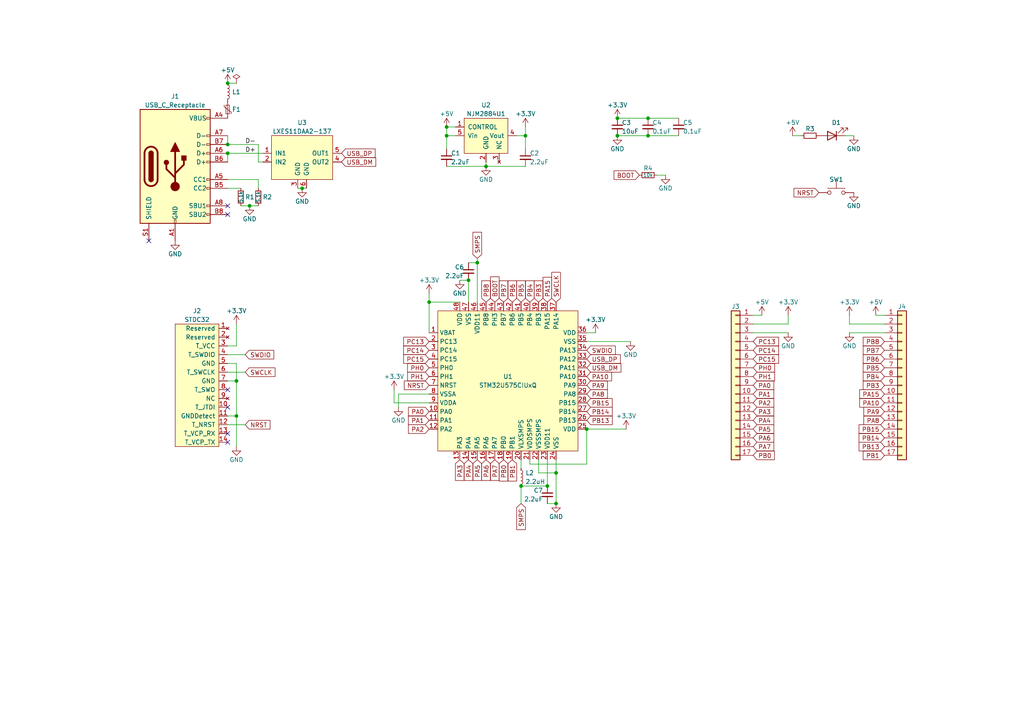
<source format=kicad_sch>
(kicad_sch (version 20230121) (generator eeschema)

  (uuid 82b59bc8-1e00-49bc-889f-db9848dfbc17)

  (paper "A4")

  (title_block
    (title "Evaluation Board STM32U575CIU6Q")
    (date "2023-03-17")
    (rev "V1.0")
    (company "https://github.com/KimiakiK")
  )

  (lib_symbols
    (symbol "Connector_Generic:Conn_01x17" (pin_names (offset 1.016) hide) (in_bom yes) (on_board yes)
      (property "Reference" "J" (at 0 22.86 0)
        (effects (font (size 1.27 1.27)))
      )
      (property "Value" "Conn_01x17" (at 0 -22.86 0)
        (effects (font (size 1.27 1.27)))
      )
      (property "Footprint" "" (at 0 0 0)
        (effects (font (size 1.27 1.27)) hide)
      )
      (property "Datasheet" "~" (at 0 0 0)
        (effects (font (size 1.27 1.27)) hide)
      )
      (property "ki_keywords" "connector" (at 0 0 0)
        (effects (font (size 1.27 1.27)) hide)
      )
      (property "ki_description" "Generic connector, single row, 01x17, script generated (kicad-library-utils/schlib/autogen/connector/)" (at 0 0 0)
        (effects (font (size 1.27 1.27)) hide)
      )
      (property "ki_fp_filters" "Connector*:*_1x??_*" (at 0 0 0)
        (effects (font (size 1.27 1.27)) hide)
      )
      (symbol "Conn_01x17_1_1"
        (rectangle (start -1.27 -20.193) (end 0 -20.447)
          (stroke (width 0.1524) (type default))
          (fill (type none))
        )
        (rectangle (start -1.27 -17.653) (end 0 -17.907)
          (stroke (width 0.1524) (type default))
          (fill (type none))
        )
        (rectangle (start -1.27 -15.113) (end 0 -15.367)
          (stroke (width 0.1524) (type default))
          (fill (type none))
        )
        (rectangle (start -1.27 -12.573) (end 0 -12.827)
          (stroke (width 0.1524) (type default))
          (fill (type none))
        )
        (rectangle (start -1.27 -10.033) (end 0 -10.287)
          (stroke (width 0.1524) (type default))
          (fill (type none))
        )
        (rectangle (start -1.27 -7.493) (end 0 -7.747)
          (stroke (width 0.1524) (type default))
          (fill (type none))
        )
        (rectangle (start -1.27 -4.953) (end 0 -5.207)
          (stroke (width 0.1524) (type default))
          (fill (type none))
        )
        (rectangle (start -1.27 -2.413) (end 0 -2.667)
          (stroke (width 0.1524) (type default))
          (fill (type none))
        )
        (rectangle (start -1.27 0.127) (end 0 -0.127)
          (stroke (width 0.1524) (type default))
          (fill (type none))
        )
        (rectangle (start -1.27 2.667) (end 0 2.413)
          (stroke (width 0.1524) (type default))
          (fill (type none))
        )
        (rectangle (start -1.27 5.207) (end 0 4.953)
          (stroke (width 0.1524) (type default))
          (fill (type none))
        )
        (rectangle (start -1.27 7.747) (end 0 7.493)
          (stroke (width 0.1524) (type default))
          (fill (type none))
        )
        (rectangle (start -1.27 10.287) (end 0 10.033)
          (stroke (width 0.1524) (type default))
          (fill (type none))
        )
        (rectangle (start -1.27 12.827) (end 0 12.573)
          (stroke (width 0.1524) (type default))
          (fill (type none))
        )
        (rectangle (start -1.27 15.367) (end 0 15.113)
          (stroke (width 0.1524) (type default))
          (fill (type none))
        )
        (rectangle (start -1.27 17.907) (end 0 17.653)
          (stroke (width 0.1524) (type default))
          (fill (type none))
        )
        (rectangle (start -1.27 20.447) (end 0 20.193)
          (stroke (width 0.1524) (type default))
          (fill (type none))
        )
        (rectangle (start -1.27 21.59) (end 1.27 -21.59)
          (stroke (width 0.254) (type default))
          (fill (type background))
        )
        (pin passive line (at -5.08 20.32 0) (length 3.81)
          (name "Pin_1" (effects (font (size 1.27 1.27))))
          (number "1" (effects (font (size 1.27 1.27))))
        )
        (pin passive line (at -5.08 -2.54 0) (length 3.81)
          (name "Pin_10" (effects (font (size 1.27 1.27))))
          (number "10" (effects (font (size 1.27 1.27))))
        )
        (pin passive line (at -5.08 -5.08 0) (length 3.81)
          (name "Pin_11" (effects (font (size 1.27 1.27))))
          (number "11" (effects (font (size 1.27 1.27))))
        )
        (pin passive line (at -5.08 -7.62 0) (length 3.81)
          (name "Pin_12" (effects (font (size 1.27 1.27))))
          (number "12" (effects (font (size 1.27 1.27))))
        )
        (pin passive line (at -5.08 -10.16 0) (length 3.81)
          (name "Pin_13" (effects (font (size 1.27 1.27))))
          (number "13" (effects (font (size 1.27 1.27))))
        )
        (pin passive line (at -5.08 -12.7 0) (length 3.81)
          (name "Pin_14" (effects (font (size 1.27 1.27))))
          (number "14" (effects (font (size 1.27 1.27))))
        )
        (pin passive line (at -5.08 -15.24 0) (length 3.81)
          (name "Pin_15" (effects (font (size 1.27 1.27))))
          (number "15" (effects (font (size 1.27 1.27))))
        )
        (pin passive line (at -5.08 -17.78 0) (length 3.81)
          (name "Pin_16" (effects (font (size 1.27 1.27))))
          (number "16" (effects (font (size 1.27 1.27))))
        )
        (pin passive line (at -5.08 -20.32 0) (length 3.81)
          (name "Pin_17" (effects (font (size 1.27 1.27))))
          (number "17" (effects (font (size 1.27 1.27))))
        )
        (pin passive line (at -5.08 17.78 0) (length 3.81)
          (name "Pin_2" (effects (font (size 1.27 1.27))))
          (number "2" (effects (font (size 1.27 1.27))))
        )
        (pin passive line (at -5.08 15.24 0) (length 3.81)
          (name "Pin_3" (effects (font (size 1.27 1.27))))
          (number "3" (effects (font (size 1.27 1.27))))
        )
        (pin passive line (at -5.08 12.7 0) (length 3.81)
          (name "Pin_4" (effects (font (size 1.27 1.27))))
          (number "4" (effects (font (size 1.27 1.27))))
        )
        (pin passive line (at -5.08 10.16 0) (length 3.81)
          (name "Pin_5" (effects (font (size 1.27 1.27))))
          (number "5" (effects (font (size 1.27 1.27))))
        )
        (pin passive line (at -5.08 7.62 0) (length 3.81)
          (name "Pin_6" (effects (font (size 1.27 1.27))))
          (number "6" (effects (font (size 1.27 1.27))))
        )
        (pin passive line (at -5.08 5.08 0) (length 3.81)
          (name "Pin_7" (effects (font (size 1.27 1.27))))
          (number "7" (effects (font (size 1.27 1.27))))
        )
        (pin passive line (at -5.08 2.54 0) (length 3.81)
          (name "Pin_8" (effects (font (size 1.27 1.27))))
          (number "8" (effects (font (size 1.27 1.27))))
        )
        (pin passive line (at -5.08 0 0) (length 3.81)
          (name "Pin_9" (effects (font (size 1.27 1.27))))
          (number "9" (effects (font (size 1.27 1.27))))
        )
      )
    )
    (symbol "Device:C_Small" (pin_numbers hide) (pin_names (offset 0.254) hide) (in_bom yes) (on_board yes)
      (property "Reference" "C" (at 0.254 1.778 0)
        (effects (font (size 1.27 1.27)) (justify left))
      )
      (property "Value" "C_Small" (at 0.254 -2.032 0)
        (effects (font (size 1.27 1.27)) (justify left))
      )
      (property "Footprint" "" (at 0 0 0)
        (effects (font (size 1.27 1.27)) hide)
      )
      (property "Datasheet" "~" (at 0 0 0)
        (effects (font (size 1.27 1.27)) hide)
      )
      (property "ki_keywords" "capacitor cap" (at 0 0 0)
        (effects (font (size 1.27 1.27)) hide)
      )
      (property "ki_description" "Unpolarized capacitor, small symbol" (at 0 0 0)
        (effects (font (size 1.27 1.27)) hide)
      )
      (property "ki_fp_filters" "C_*" (at 0 0 0)
        (effects (font (size 1.27 1.27)) hide)
      )
      (symbol "C_Small_0_1"
        (polyline
          (pts
            (xy -1.524 -0.508)
            (xy 1.524 -0.508)
          )
          (stroke (width 0.3302) (type default))
          (fill (type none))
        )
        (polyline
          (pts
            (xy -1.524 0.508)
            (xy 1.524 0.508)
          )
          (stroke (width 0.3048) (type default))
          (fill (type none))
        )
      )
      (symbol "C_Small_1_1"
        (pin passive line (at 0 2.54 270) (length 2.032)
          (name "~" (effects (font (size 1.27 1.27))))
          (number "1" (effects (font (size 1.27 1.27))))
        )
        (pin passive line (at 0 -2.54 90) (length 2.032)
          (name "~" (effects (font (size 1.27 1.27))))
          (number "2" (effects (font (size 1.27 1.27))))
        )
      )
    )
    (symbol "Device:LED" (pin_numbers hide) (pin_names (offset 1.016) hide) (in_bom yes) (on_board yes)
      (property "Reference" "D" (at 0 2.54 0)
        (effects (font (size 1.27 1.27)))
      )
      (property "Value" "LED" (at 0 -2.54 0)
        (effects (font (size 1.27 1.27)))
      )
      (property "Footprint" "" (at 0 0 0)
        (effects (font (size 1.27 1.27)) hide)
      )
      (property "Datasheet" "~" (at 0 0 0)
        (effects (font (size 1.27 1.27)) hide)
      )
      (property "ki_keywords" "LED diode" (at 0 0 0)
        (effects (font (size 1.27 1.27)) hide)
      )
      (property "ki_description" "Light emitting diode" (at 0 0 0)
        (effects (font (size 1.27 1.27)) hide)
      )
      (property "ki_fp_filters" "LED* LED_SMD:* LED_THT:*" (at 0 0 0)
        (effects (font (size 1.27 1.27)) hide)
      )
      (symbol "LED_0_1"
        (polyline
          (pts
            (xy -1.27 -1.27)
            (xy -1.27 1.27)
          )
          (stroke (width 0.254) (type default))
          (fill (type none))
        )
        (polyline
          (pts
            (xy -1.27 0)
            (xy 1.27 0)
          )
          (stroke (width 0) (type default))
          (fill (type none))
        )
        (polyline
          (pts
            (xy 1.27 -1.27)
            (xy 1.27 1.27)
            (xy -1.27 0)
            (xy 1.27 -1.27)
          )
          (stroke (width 0.254) (type default))
          (fill (type none))
        )
        (polyline
          (pts
            (xy -3.048 -0.762)
            (xy -4.572 -2.286)
            (xy -3.81 -2.286)
            (xy -4.572 -2.286)
            (xy -4.572 -1.524)
          )
          (stroke (width 0) (type default))
          (fill (type none))
        )
        (polyline
          (pts
            (xy -1.778 -0.762)
            (xy -3.302 -2.286)
            (xy -2.54 -2.286)
            (xy -3.302 -2.286)
            (xy -3.302 -1.524)
          )
          (stroke (width 0) (type default))
          (fill (type none))
        )
      )
      (symbol "LED_1_1"
        (pin passive line (at -3.81 0 0) (length 2.54)
          (name "K" (effects (font (size 1.27 1.27))))
          (number "1" (effects (font (size 1.27 1.27))))
        )
        (pin passive line (at 3.81 0 180) (length 2.54)
          (name "A" (effects (font (size 1.27 1.27))))
          (number "2" (effects (font (size 1.27 1.27))))
        )
      )
    )
    (symbol "Device:L_Small" (pin_numbers hide) (pin_names (offset 0.254) hide) (in_bom yes) (on_board yes)
      (property "Reference" "L" (at 0.762 1.016 0)
        (effects (font (size 1.27 1.27)) (justify left))
      )
      (property "Value" "L_Small" (at 0.762 -1.016 0)
        (effects (font (size 1.27 1.27)) (justify left))
      )
      (property "Footprint" "" (at 0 0 0)
        (effects (font (size 1.27 1.27)) hide)
      )
      (property "Datasheet" "~" (at 0 0 0)
        (effects (font (size 1.27 1.27)) hide)
      )
      (property "ki_keywords" "inductor choke coil reactor magnetic" (at 0 0 0)
        (effects (font (size 1.27 1.27)) hide)
      )
      (property "ki_description" "Inductor, small symbol" (at 0 0 0)
        (effects (font (size 1.27 1.27)) hide)
      )
      (property "ki_fp_filters" "Choke_* *Coil* Inductor_* L_*" (at 0 0 0)
        (effects (font (size 1.27 1.27)) hide)
      )
      (symbol "L_Small_0_1"
        (arc (start 0 -2.032) (mid 0.5058 -1.524) (end 0 -1.016)
          (stroke (width 0) (type default))
          (fill (type none))
        )
        (arc (start 0 -1.016) (mid 0.5058 -0.508) (end 0 0)
          (stroke (width 0) (type default))
          (fill (type none))
        )
        (arc (start 0 0) (mid 0.5058 0.508) (end 0 1.016)
          (stroke (width 0) (type default))
          (fill (type none))
        )
        (arc (start 0 1.016) (mid 0.5058 1.524) (end 0 2.032)
          (stroke (width 0) (type default))
          (fill (type none))
        )
      )
      (symbol "L_Small_1_1"
        (pin passive line (at 0 2.54 270) (length 0.508)
          (name "~" (effects (font (size 1.27 1.27))))
          (number "1" (effects (font (size 1.27 1.27))))
        )
        (pin passive line (at 0 -2.54 90) (length 0.508)
          (name "~" (effects (font (size 1.27 1.27))))
          (number "2" (effects (font (size 1.27 1.27))))
        )
      )
    )
    (symbol "Device:Polyfuse_Small" (pin_numbers hide) (pin_names (offset 0)) (in_bom yes) (on_board yes)
      (property "Reference" "F" (at -1.905 0 90)
        (effects (font (size 1.27 1.27)))
      )
      (property "Value" "Polyfuse_Small" (at 1.905 0 90)
        (effects (font (size 1.27 1.27)))
      )
      (property "Footprint" "" (at 1.27 -5.08 0)
        (effects (font (size 1.27 1.27)) (justify left) hide)
      )
      (property "Datasheet" "~" (at 0 0 0)
        (effects (font (size 1.27 1.27)) hide)
      )
      (property "ki_keywords" "resettable fuse PTC PPTC polyfuse polyswitch" (at 0 0 0)
        (effects (font (size 1.27 1.27)) hide)
      )
      (property "ki_description" "Resettable fuse, polymeric positive temperature coefficient, small symbol" (at 0 0 0)
        (effects (font (size 1.27 1.27)) hide)
      )
      (property "ki_fp_filters" "*polyfuse* *PTC*" (at 0 0 0)
        (effects (font (size 1.27 1.27)) hide)
      )
      (symbol "Polyfuse_Small_0_1"
        (rectangle (start -0.508 1.27) (end 0.508 -1.27)
          (stroke (width 0) (type default))
          (fill (type none))
        )
        (polyline
          (pts
            (xy 0 2.54)
            (xy 0 -2.54)
          )
          (stroke (width 0) (type default))
          (fill (type none))
        )
        (polyline
          (pts
            (xy -1.016 1.27)
            (xy -1.016 0.762)
            (xy 1.016 -0.762)
            (xy 1.016 -1.27)
          )
          (stroke (width 0) (type default))
          (fill (type none))
        )
      )
      (symbol "Polyfuse_Small_1_1"
        (pin passive line (at 0 2.54 270) (length 0.635)
          (name "~" (effects (font (size 1.27 1.27))))
          (number "1" (effects (font (size 1.27 1.27))))
        )
        (pin passive line (at 0 -2.54 90) (length 0.635)
          (name "~" (effects (font (size 1.27 1.27))))
          (number "2" (effects (font (size 1.27 1.27))))
        )
      )
    )
    (symbol "Device:R_Small" (pin_numbers hide) (pin_names (offset 0.254) hide) (in_bom yes) (on_board yes)
      (property "Reference" "R" (at 0.762 0.508 0)
        (effects (font (size 1.27 1.27)) (justify left))
      )
      (property "Value" "R_Small" (at 0.762 -1.016 0)
        (effects (font (size 1.27 1.27)) (justify left))
      )
      (property "Footprint" "" (at 0 0 0)
        (effects (font (size 1.27 1.27)) hide)
      )
      (property "Datasheet" "~" (at 0 0 0)
        (effects (font (size 1.27 1.27)) hide)
      )
      (property "ki_keywords" "R resistor" (at 0 0 0)
        (effects (font (size 1.27 1.27)) hide)
      )
      (property "ki_description" "Resistor, small symbol" (at 0 0 0)
        (effects (font (size 1.27 1.27)) hide)
      )
      (property "ki_fp_filters" "R_*" (at 0 0 0)
        (effects (font (size 1.27 1.27)) hide)
      )
      (symbol "R_Small_0_1"
        (rectangle (start -0.762 1.778) (end 0.762 -1.778)
          (stroke (width 0.2032) (type default))
          (fill (type none))
        )
      )
      (symbol "R_Small_1_1"
        (pin passive line (at 0 2.54 270) (length 0.762)
          (name "~" (effects (font (size 1.27 1.27))))
          (number "1" (effects (font (size 1.27 1.27))))
        )
        (pin passive line (at 0 -2.54 90) (length 0.762)
          (name "~" (effects (font (size 1.27 1.27))))
          (number "2" (effects (font (size 1.27 1.27))))
        )
      )
    )
    (symbol "EB-STM32U575CIU6Q:LXES11DAA2-137" (pin_names (offset 1.016)) (in_bom yes) (on_board yes)
      (property "Reference" "U" (at 0 0 0)
        (effects (font (size 1.27 1.27)))
      )
      (property "Value" "LXES11DAA2-137" (at 0 7.62 0)
        (effects (font (size 1.27 1.27)))
      )
      (property "Footprint" "" (at 0 0 0)
        (effects (font (size 1.27 1.27)) hide)
      )
      (property "Datasheet" "" (at 0 0 0)
        (effects (font (size 1.27 1.27)) hide)
      )
      (property "ki_description" "Common mode ESD filter LXES**D series" (at 0 0 0)
        (effects (font (size 1.27 1.27)) hide)
      )
      (symbol "LXES11DAA2-137_0_0"
        (pin passive line (at -11.43 1.27 0) (length 2.54)
          (name "IN1" (effects (font (size 1.27 1.27))))
          (number "1" (effects (font (size 1.27 1.27))))
        )
        (pin passive line (at -11.43 -1.27 0) (length 2.54)
          (name "IN2" (effects (font (size 1.27 1.27))))
          (number "2" (effects (font (size 1.27 1.27))))
        )
        (pin power_in line (at -1.27 -8.89 90) (length 2.54)
          (name "GND" (effects (font (size 1.27 1.27))))
          (number "3" (effects (font (size 1.27 1.27))))
        )
        (pin passive line (at 11.43 -1.27 180) (length 2.54)
          (name "OUT2" (effects (font (size 1.27 1.27))))
          (number "4" (effects (font (size 1.27 1.27))))
        )
        (pin passive line (at 11.43 1.27 180) (length 2.54)
          (name "OUT1" (effects (font (size 1.27 1.27))))
          (number "5" (effects (font (size 1.27 1.27))))
        )
        (pin power_in line (at 1.27 -8.89 90) (length 2.54)
          (name "GND" (effects (font (size 1.27 1.27))))
          (number "6" (effects (font (size 1.27 1.27))))
        )
      )
      (symbol "LXES11DAA2-137_0_1"
        (rectangle (start -8.89 6.35) (end 8.89 -6.35)
          (stroke (width 0) (type default))
          (fill (type background))
        )
      )
    )
    (symbol "EB-STM32U575CIU6Q:NJM2884U1" (pin_names (offset 1.016)) (in_bom yes) (on_board yes)
      (property "Reference" "U" (at 0 3.81 0)
        (effects (font (size 1.27 1.27)))
      )
      (property "Value" "NJM2884U1" (at 0 6.35 0)
        (effects (font (size 1.27 1.27)))
      )
      (property "Footprint" "Package_TO_SOT_SMD:SOT-89-5_Handsoldering" (at 0 8.89 0)
        (effects (font (size 1.27 1.27)) hide)
      )
      (property "Datasheet" "" (at 0 0 0)
        (effects (font (size 1.27 1.27)) hide)
      )
      (property "ki_keywords" "3.3V 500mA SOT-89-5" (at 0 0 0)
        (effects (font (size 1.27 1.27)) hide)
      )
      (property "ki_description" "3.3V 500mA SOT-89-5" (at 0 0 0)
        (effects (font (size 1.27 1.27)) hide)
      )
      (symbol "NJM2884U1_0_1"
        (rectangle (start -6.35 2.54) (end 6.35 -7.62)
          (stroke (width 0) (type default))
          (fill (type background))
        )
      )
      (symbol "NJM2884U1_1_1"
        (pin passive line (at -8.89 0 0) (length 2.54)
          (name "CONTROL" (effects (font (size 1.27 1.27))))
          (number "1" (effects (font (size 1.27 1.27))))
        )
        (pin power_in line (at 0 -10.16 90) (length 2.54)
          (name "GND" (effects (font (size 1.27 1.27))))
          (number "2" (effects (font (size 1.27 1.27))))
        )
        (pin no_connect line (at 3.81 -10.16 90) (length 2.54)
          (name "NC" (effects (font (size 1.27 1.27))))
          (number "3" (effects (font (size 1.27 1.27))))
        )
        (pin power_out line (at 8.89 -2.54 180) (length 2.54)
          (name "Vout" (effects (font (size 1.27 1.27))))
          (number "4" (effects (font (size 1.27 1.27))))
        )
        (pin power_in line (at -8.89 -2.54 0) (length 2.54)
          (name "Vin" (effects (font (size 1.27 1.27))))
          (number "5" (effects (font (size 1.27 1.27))))
        )
      )
    )
    (symbol "EB-STM32U575CIU6Q:STDC32" (pin_names (offset 1.016)) (in_bom yes) (on_board yes)
      (property "Reference" "J" (at 0 19.05 0)
        (effects (font (size 1.27 1.27)))
      )
      (property "Value" "STDC32" (at 0 -19.05 0)
        (effects (font (size 1.27 1.27)))
      )
      (property "Footprint" "Connector_PinHeader_1.27mm:PinHeader_2x07_P1.27mm_Vertical" (at 0 21.59 0)
        (effects (font (size 1.27 1.27)) hide)
      )
      (property "Datasheet" "" (at -1.27 12.7 0)
        (effects (font (size 1.27 1.27)) hide)
      )
      (property "ki_keywords" "STM32 JTAG/SWD and VCP" (at 0 0 0)
        (effects (font (size 1.27 1.27)) hide)
      )
      (property "ki_description" "STM32 JTAG/SWD and VCP" (at 0 0 0)
        (effects (font (size 1.27 1.27)) hide)
      )
      (symbol "STDC32_0_1"
        (rectangle (start -6.35 17.78) (end 6.35 -17.78)
          (stroke (width 0) (type default))
          (fill (type background))
        )
      )
      (symbol "STDC32_1_1"
        (pin no_connect line (at -8.89 16.51 0) (length 2.54)
          (name "Reserved" (effects (font (size 1.27 1.27))))
          (number "1" (effects (font (size 1.27 1.27))))
        )
        (pin passive line (at -8.89 -6.35 0) (length 2.54)
          (name "T_JTDI" (effects (font (size 1.27 1.27))))
          (number "10" (effects (font (size 1.27 1.27))))
        )
        (pin power_in line (at -8.89 -8.89 0) (length 2.54)
          (name "GNDDetect" (effects (font (size 1.27 1.27))))
          (number "11" (effects (font (size 1.27 1.27))))
        )
        (pin passive line (at -8.89 -11.43 0) (length 2.54)
          (name "T_NRST" (effects (font (size 1.27 1.27))))
          (number "12" (effects (font (size 1.27 1.27))))
        )
        (pin passive line (at -8.89 -13.97 0) (length 2.54)
          (name "T_VCP_RX" (effects (font (size 1.27 1.27))))
          (number "13" (effects (font (size 1.27 1.27))))
        )
        (pin passive line (at -8.89 -16.51 0) (length 2.54)
          (name "T_VCP_TX" (effects (font (size 1.27 1.27))))
          (number "14" (effects (font (size 1.27 1.27))))
        )
        (pin no_connect line (at -8.89 13.97 0) (length 2.54)
          (name "Reserved" (effects (font (size 1.27 1.27))))
          (number "2" (effects (font (size 1.27 1.27))))
        )
        (pin power_in line (at -8.89 11.43 0) (length 2.54)
          (name "T_VCC" (effects (font (size 1.27 1.27))))
          (number "3" (effects (font (size 1.27 1.27))))
        )
        (pin passive line (at -8.89 8.89 0) (length 2.54)
          (name "T_SWDIO" (effects (font (size 1.27 1.27))))
          (number "4" (effects (font (size 1.27 1.27))))
        )
        (pin power_in line (at -8.89 6.35 0) (length 2.54)
          (name "GND" (effects (font (size 1.27 1.27))))
          (number "5" (effects (font (size 1.27 1.27))))
        )
        (pin passive line (at -8.89 3.81 0) (length 2.54)
          (name "T_SWCLK" (effects (font (size 1.27 1.27))))
          (number "6" (effects (font (size 1.27 1.27))))
        )
        (pin power_in line (at -8.89 1.27 0) (length 2.54)
          (name "GND" (effects (font (size 1.27 1.27))))
          (number "7" (effects (font (size 1.27 1.27))))
        )
        (pin passive line (at -8.89 -1.27 0) (length 2.54)
          (name "T_SWO" (effects (font (size 1.27 1.27))))
          (number "8" (effects (font (size 1.27 1.27))))
        )
        (pin no_connect line (at -8.89 -3.81 0) (length 2.54)
          (name "NC" (effects (font (size 1.27 1.27))))
          (number "9" (effects (font (size 1.27 1.27))))
        )
      )
    )
    (symbol "EB-STM32U575CIU6Q:STM32U575CIUxQ" (in_bom yes) (on_board yes)
      (property "Reference" "U" (at 0 1.27 0)
        (effects (font (size 1.27 1.27)))
      )
      (property "Value" "STM32U575CIUxQ" (at 0 -1.27 0)
        (effects (font (size 1.27 1.27)))
      )
      (property "Footprint" "" (at 0 34.29 0)
        (effects (font (size 1.27 1.27)) hide)
      )
      (property "Datasheet" "" (at 0 34.29 0)
        (effects (font (size 1.27 1.27)) hide)
      )
      (property "ki_description" "ARM Cortex-M33 MCU, 2MB flash, 784KB RAM, 160MHz, UFQFPN48" (at 0 0 0)
        (effects (font (size 1.27 1.27)) hide)
      )
      (symbol "STM32U575CIUxQ_0_0"
        (pin power_in line (at -22.86 13.97 0) (length 2.54)
          (name "VBAT" (effects (font (size 1.27 1.27))))
          (number "1" (effects (font (size 1.27 1.27))))
        )
        (pin passive line (at -22.86 -8.89 0) (length 2.54)
          (name "PA0" (effects (font (size 1.27 1.27))))
          (number "10" (effects (font (size 1.27 1.27))))
        )
        (pin passive line (at -22.86 -11.43 0) (length 2.54)
          (name "PA1" (effects (font (size 1.27 1.27))))
          (number "11" (effects (font (size 1.27 1.27))))
        )
        (pin passive line (at -22.86 -13.97 0) (length 2.54)
          (name "PA2" (effects (font (size 1.27 1.27))))
          (number "12" (effects (font (size 1.27 1.27))))
        )
        (pin passive line (at -13.97 -22.86 90) (length 2.54)
          (name "PA3" (effects (font (size 1.27 1.27))))
          (number "13" (effects (font (size 1.27 1.27))))
        )
        (pin passive line (at -11.43 -22.86 90) (length 2.54)
          (name "PA4" (effects (font (size 1.27 1.27))))
          (number "14" (effects (font (size 1.27 1.27))))
        )
        (pin passive line (at -8.89 -22.86 90) (length 2.54)
          (name "PA5" (effects (font (size 1.27 1.27))))
          (number "15" (effects (font (size 1.27 1.27))))
        )
        (pin passive line (at -6.35 -22.86 90) (length 2.54)
          (name "PA6" (effects (font (size 1.27 1.27))))
          (number "16" (effects (font (size 1.27 1.27))))
        )
        (pin passive line (at -3.81 -22.86 90) (length 2.54)
          (name "PA7" (effects (font (size 1.27 1.27))))
          (number "17" (effects (font (size 1.27 1.27))))
        )
        (pin passive line (at -1.27 -22.86 90) (length 2.54)
          (name "PB0" (effects (font (size 1.27 1.27))))
          (number "18" (effects (font (size 1.27 1.27))))
        )
        (pin passive line (at 1.27 -22.86 90) (length 2.54)
          (name "PB1" (effects (font (size 1.27 1.27))))
          (number "19" (effects (font (size 1.27 1.27))))
        )
        (pin passive line (at -22.86 11.43 0) (length 2.54)
          (name "PC13" (effects (font (size 1.27 1.27))))
          (number "2" (effects (font (size 1.27 1.27))))
        )
        (pin passive line (at 3.81 -22.86 90) (length 2.54)
          (name "VLXSMPS" (effects (font (size 1.27 1.27))))
          (number "20" (effects (font (size 1.27 1.27))))
        )
        (pin power_in line (at 6.35 -22.86 90) (length 2.54)
          (name "VDDSMPS" (effects (font (size 1.27 1.27))))
          (number "21" (effects (font (size 1.27 1.27))))
        )
        (pin power_in line (at 8.89 -22.86 90) (length 2.54)
          (name "VSSSMPS" (effects (font (size 1.27 1.27))))
          (number "22" (effects (font (size 1.27 1.27))))
        )
        (pin passive line (at 11.43 -22.86 90) (length 2.54)
          (name "VDD11" (effects (font (size 1.27 1.27))))
          (number "23" (effects (font (size 1.27 1.27))))
        )
        (pin power_in line (at 13.97 -22.86 90) (length 2.54)
          (name "VSS" (effects (font (size 1.27 1.27))))
          (number "24" (effects (font (size 1.27 1.27))))
        )
        (pin power_in line (at 22.86 -13.97 180) (length 2.54)
          (name "VDD" (effects (font (size 1.27 1.27))))
          (number "25" (effects (font (size 1.27 1.27))))
        )
        (pin passive line (at 22.86 -11.43 180) (length 2.54)
          (name "PB13" (effects (font (size 1.27 1.27))))
          (number "26" (effects (font (size 1.27 1.27))))
        )
        (pin passive line (at 22.86 -8.89 180) (length 2.54)
          (name "PB14" (effects (font (size 1.27 1.27))))
          (number "27" (effects (font (size 1.27 1.27))))
        )
        (pin passive line (at 22.86 -6.35 180) (length 2.54)
          (name "PB15" (effects (font (size 1.27 1.27))))
          (number "28" (effects (font (size 1.27 1.27))))
        )
        (pin passive line (at 22.86 -3.81 180) (length 2.54)
          (name "PA8" (effects (font (size 1.27 1.27))))
          (number "29" (effects (font (size 1.27 1.27))))
        )
        (pin passive line (at -22.86 8.89 0) (length 2.54)
          (name "PC14" (effects (font (size 1.27 1.27))))
          (number "3" (effects (font (size 1.27 1.27))))
        )
        (pin passive line (at 22.86 -1.27 180) (length 2.54)
          (name "PA9" (effects (font (size 1.27 1.27))))
          (number "30" (effects (font (size 1.27 1.27))))
        )
        (pin passive line (at 22.86 1.27 180) (length 2.54)
          (name "PA10" (effects (font (size 1.27 1.27))))
          (number "31" (effects (font (size 1.27 1.27))))
        )
        (pin passive line (at 22.86 3.81 180) (length 2.54)
          (name "PA11" (effects (font (size 1.27 1.27))))
          (number "32" (effects (font (size 1.27 1.27))))
        )
        (pin passive line (at 22.86 6.35 180) (length 2.54)
          (name "PA12" (effects (font (size 1.27 1.27))))
          (number "33" (effects (font (size 1.27 1.27))))
        )
        (pin passive line (at 22.86 8.89 180) (length 2.54)
          (name "PA13" (effects (font (size 1.27 1.27))))
          (number "34" (effects (font (size 1.27 1.27))))
        )
        (pin power_in line (at 22.86 11.43 180) (length 2.54)
          (name "VSS" (effects (font (size 1.27 1.27))))
          (number "35" (effects (font (size 1.27 1.27))))
        )
        (pin power_in line (at 22.86 13.97 180) (length 2.54)
          (name "VDD" (effects (font (size 1.27 1.27))))
          (number "36" (effects (font (size 1.27 1.27))))
        )
        (pin passive line (at 13.97 22.86 270) (length 2.54)
          (name "PA14" (effects (font (size 1.27 1.27))))
          (number "37" (effects (font (size 1.27 1.27))))
        )
        (pin passive line (at 11.43 22.86 270) (length 2.54)
          (name "PA15" (effects (font (size 1.27 1.27))))
          (number "38" (effects (font (size 1.27 1.27))))
        )
        (pin passive line (at 8.89 22.86 270) (length 2.54)
          (name "PB3" (effects (font (size 1.27 1.27))))
          (number "39" (effects (font (size 1.27 1.27))))
        )
        (pin passive line (at -22.86 6.35 0) (length 2.54)
          (name "PC15" (effects (font (size 1.27 1.27))))
          (number "4" (effects (font (size 1.27 1.27))))
        )
        (pin passive line (at 6.35 22.86 270) (length 2.54)
          (name "PB4" (effects (font (size 1.27 1.27))))
          (number "40" (effects (font (size 1.27 1.27))))
        )
        (pin passive line (at 3.81 22.86 270) (length 2.54)
          (name "PB5" (effects (font (size 1.27 1.27))))
          (number "41" (effects (font (size 1.27 1.27))))
        )
        (pin passive line (at 1.27 22.86 270) (length 2.54)
          (name "PB6" (effects (font (size 1.27 1.27))))
          (number "42" (effects (font (size 1.27 1.27))))
        )
        (pin passive line (at -1.27 22.86 270) (length 2.54)
          (name "PB7" (effects (font (size 1.27 1.27))))
          (number "43" (effects (font (size 1.27 1.27))))
        )
        (pin passive line (at -3.81 22.86 270) (length 2.54)
          (name "PH3" (effects (font (size 1.27 1.27))))
          (number "44" (effects (font (size 1.27 1.27))))
        )
        (pin passive line (at -6.35 22.86 270) (length 2.54)
          (name "PB8" (effects (font (size 1.27 1.27))))
          (number "45" (effects (font (size 1.27 1.27))))
        )
        (pin passive line (at -8.89 22.86 270) (length 2.54)
          (name "VDD11" (effects (font (size 1.27 1.27))))
          (number "46" (effects (font (size 1.27 1.27))))
        )
        (pin power_in line (at -11.43 22.86 270) (length 2.54)
          (name "VSS" (effects (font (size 1.27 1.27))))
          (number "47" (effects (font (size 1.27 1.27))))
        )
        (pin power_in line (at -13.97 22.86 270) (length 2.54)
          (name "VDD" (effects (font (size 1.27 1.27))))
          (number "48" (effects (font (size 1.27 1.27))))
        )
        (pin passive line (at -22.86 3.81 0) (length 2.54)
          (name "PH0" (effects (font (size 1.27 1.27))))
          (number "5" (effects (font (size 1.27 1.27))))
        )
        (pin passive line (at -22.86 1.27 0) (length 2.54)
          (name "PH1" (effects (font (size 1.27 1.27))))
          (number "6" (effects (font (size 1.27 1.27))))
        )
        (pin passive line (at -22.86 -1.27 0) (length 2.54)
          (name "NRST" (effects (font (size 1.27 1.27))))
          (number "7" (effects (font (size 1.27 1.27))))
        )
        (pin power_in line (at -22.86 -3.81 0) (length 2.54)
          (name "VSSA" (effects (font (size 1.27 1.27))))
          (number "8" (effects (font (size 1.27 1.27))))
        )
        (pin power_in line (at -22.86 -6.35 0) (length 2.54)
          (name "VDDA" (effects (font (size 1.27 1.27))))
          (number "9" (effects (font (size 1.27 1.27))))
        )
      )
      (symbol "STM32U575CIUxQ_0_1"
        (rectangle (start -20.32 20.32) (end 20.32 -20.32)
          (stroke (width 0) (type default))
          (fill (type background))
        )
      )
    )
    (symbol "EB-STM32U575CIU6Q:USB_C_Receptacle" (pin_names (offset 1.016)) (in_bom yes) (on_board yes)
      (property "Reference" "J" (at -10.16 17.78 0)
        (effects (font (size 1.27 1.27)) (justify left))
      )
      (property "Value" "USB_C_Receptacle" (at 10.16 17.78 0)
        (effects (font (size 1.27 1.27)) (justify right))
      )
      (property "Footprint" "" (at 3.81 0 0)
        (effects (font (size 1.27 1.27)) hide)
      )
      (property "Datasheet" "" (at -45.72 -27.94 0)
        (effects (font (size 1.27 1.27)) hide)
      )
      (property "ki_keywords" "usb universal serial bus type-C" (at 0 0 0)
        (effects (font (size 1.27 1.27)) hide)
      )
      (property "ki_description" "USB Type-C Receptacle connector" (at 0 0 0)
        (effects (font (size 1.27 1.27)) hide)
      )
      (property "ki_fp_filters" "USB*C*Receptacle*" (at 0 0 0)
        (effects (font (size 1.27 1.27)) hide)
      )
      (symbol "USB_C_Receptacle_0_0"
        (rectangle (start -0.254 -16.51) (end 0.254 -15.494)
          (stroke (width 0) (type default))
          (fill (type none))
        )
        (rectangle (start 10.16 -13.716) (end 9.144 -14.224)
          (stroke (width 0) (type default))
          (fill (type none))
        )
        (rectangle (start 10.16 -11.176) (end 9.144 -11.684)
          (stroke (width 0) (type default))
          (fill (type none))
        )
        (rectangle (start 10.16 -6.096) (end 9.144 -6.604)
          (stroke (width 0) (type default))
          (fill (type none))
        )
        (rectangle (start 10.16 -3.556) (end 9.144 -4.064)
          (stroke (width 0) (type default))
          (fill (type none))
        )
        (rectangle (start 10.16 1.524) (end 9.144 1.016)
          (stroke (width 0) (type default))
          (fill (type none))
        )
        (rectangle (start 10.16 4.064) (end 9.144 3.556)
          (stroke (width 0) (type default))
          (fill (type none))
        )
        (rectangle (start 10.16 6.604) (end 9.144 6.096)
          (stroke (width 0) (type default))
          (fill (type none))
        )
        (rectangle (start 10.16 9.144) (end 9.144 8.636)
          (stroke (width 0) (type default))
          (fill (type none))
        )
        (rectangle (start 10.16 14.224) (end 9.144 13.716)
          (stroke (width 0) (type default))
          (fill (type none))
        )
      )
      (symbol "USB_C_Receptacle_0_1"
        (rectangle (start -10.16 16.51) (end 10.16 -16.51)
          (stroke (width 0.254) (type default))
          (fill (type background))
        )
        (arc (start -8.89 -3.81) (mid -6.985 -5.7067) (end -5.08 -3.81)
          (stroke (width 0.508) (type default))
          (fill (type none))
        )
        (arc (start -7.62 -3.81) (mid -6.985 -4.4423) (end -6.35 -3.81)
          (stroke (width 0.254) (type default))
          (fill (type none))
        )
        (arc (start -7.62 -3.81) (mid -6.985 -4.4423) (end -6.35 -3.81)
          (stroke (width 0.254) (type default))
          (fill (type outline))
        )
        (rectangle (start -7.62 -3.81) (end -6.35 3.81)
          (stroke (width 0.254) (type default))
          (fill (type outline))
        )
        (arc (start -6.35 3.81) (mid -6.985 4.4423) (end -7.62 3.81)
          (stroke (width 0.254) (type default))
          (fill (type none))
        )
        (arc (start -6.35 3.81) (mid -6.985 4.4423) (end -7.62 3.81)
          (stroke (width 0.254) (type default))
          (fill (type outline))
        )
        (arc (start -5.08 3.81) (mid -6.985 5.7067) (end -8.89 3.81)
          (stroke (width 0.508) (type default))
          (fill (type none))
        )
        (polyline
          (pts
            (xy -8.89 -3.81)
            (xy -8.89 3.81)
          )
          (stroke (width 0.508) (type default))
          (fill (type none))
        )
        (polyline
          (pts
            (xy -5.08 3.81)
            (xy -5.08 -3.81)
          )
          (stroke (width 0.508) (type default))
          (fill (type none))
        )
      )
      (symbol "USB_C_Receptacle_1_1"
        (circle (center -2.54 1.143) (radius 0.635)
          (stroke (width 0.254) (type default))
          (fill (type outline))
        )
        (circle (center 0 -5.842) (radius 1.27)
          (stroke (width 0) (type default))
          (fill (type outline))
        )
        (polyline
          (pts
            (xy 0 -5.842)
            (xy 0 4.318)
          )
          (stroke (width 0.508) (type default))
          (fill (type none))
        )
        (polyline
          (pts
            (xy 0 -3.302)
            (xy -2.54 -0.762)
            (xy -2.54 0.508)
          )
          (stroke (width 0.508) (type default))
          (fill (type none))
        )
        (polyline
          (pts
            (xy 0 -2.032)
            (xy 2.54 0.508)
            (xy 2.54 1.778)
          )
          (stroke (width 0.508) (type default))
          (fill (type none))
        )
        (polyline
          (pts
            (xy -1.27 4.318)
            (xy 0 6.858)
            (xy 1.27 4.318)
            (xy -1.27 4.318)
          )
          (stroke (width 0.254) (type default))
          (fill (type outline))
        )
        (rectangle (start 1.905 1.778) (end 3.175 3.048)
          (stroke (width 0.254) (type default))
          (fill (type outline))
        )
        (pin power_out line (at 0 -21.59 90) (length 5.08)
          (name "GND" (effects (font (size 1.27 1.27))))
          (number "A1" (effects (font (size 1.27 1.27))))
        )
        (pin power_out line (at 0 -21.59 90) (length 5.08) hide
          (name "GND" (effects (font (size 1.27 1.27))))
          (number "A12" (effects (font (size 1.27 1.27))))
        )
        (pin power_out line (at 15.24 13.97 180) (length 5.08)
          (name "VBUS" (effects (font (size 1.27 1.27))))
          (number "A4" (effects (font (size 1.27 1.27))))
        )
        (pin passive line (at 15.24 -3.81 180) (length 5.08)
          (name "CC1" (effects (font (size 1.27 1.27))))
          (number "A5" (effects (font (size 1.27 1.27))))
        )
        (pin passive line (at 15.24 3.81 180) (length 5.08)
          (name "D+" (effects (font (size 1.27 1.27))))
          (number "A6" (effects (font (size 1.27 1.27))))
        )
        (pin passive line (at 15.24 8.89 180) (length 5.08)
          (name "D-" (effects (font (size 1.27 1.27))))
          (number "A7" (effects (font (size 1.27 1.27))))
        )
        (pin passive line (at 15.24 -11.43 180) (length 5.08)
          (name "SBU1" (effects (font (size 1.27 1.27))))
          (number "A8" (effects (font (size 1.27 1.27))))
        )
        (pin power_out line (at 15.24 13.97 180) (length 5.08) hide
          (name "VBUS" (effects (font (size 1.27 1.27))))
          (number "A9" (effects (font (size 1.27 1.27))))
        )
        (pin power_out line (at 0 -21.59 90) (length 5.08) hide
          (name "GND" (effects (font (size 1.27 1.27))))
          (number "B1" (effects (font (size 1.27 1.27))))
        )
        (pin power_out line (at 0 -21.59 90) (length 5.08) hide
          (name "GND" (effects (font (size 1.27 1.27))))
          (number "B12" (effects (font (size 1.27 1.27))))
        )
        (pin power_out line (at 15.24 13.97 180) (length 5.08) hide
          (name "VBUS" (effects (font (size 1.27 1.27))))
          (number "B4" (effects (font (size 1.27 1.27))))
        )
        (pin passive line (at 15.24 -6.35 180) (length 5.08)
          (name "CC2" (effects (font (size 1.27 1.27))))
          (number "B5" (effects (font (size 1.27 1.27))))
        )
        (pin passive line (at 15.24 1.27 180) (length 5.08)
          (name "D+" (effects (font (size 1.27 1.27))))
          (number "B6" (effects (font (size 1.27 1.27))))
        )
        (pin passive line (at 15.24 6.35 180) (length 5.08)
          (name "D-" (effects (font (size 1.27 1.27))))
          (number "B7" (effects (font (size 1.27 1.27))))
        )
        (pin passive line (at 15.24 -13.97 180) (length 5.08)
          (name "SBU2" (effects (font (size 1.27 1.27))))
          (number "B8" (effects (font (size 1.27 1.27))))
        )
        (pin power_out line (at 15.24 13.97 180) (length 5.08) hide
          (name "VBUS" (effects (font (size 1.27 1.27))))
          (number "B9" (effects (font (size 1.27 1.27))))
        )
        (pin passive line (at -7.62 -21.59 90) (length 5.08)
          (name "SHIELD" (effects (font (size 1.27 1.27))))
          (number "S1" (effects (font (size 1.27 1.27))))
        )
      )
    )
    (symbol "Switch:SW_Push" (pin_numbers hide) (pin_names (offset 1.016) hide) (in_bom yes) (on_board yes)
      (property "Reference" "SW" (at 1.27 2.54 0)
        (effects (font (size 1.27 1.27)) (justify left))
      )
      (property "Value" "SW_Push" (at 0 -1.524 0)
        (effects (font (size 1.27 1.27)))
      )
      (property "Footprint" "" (at 0 5.08 0)
        (effects (font (size 1.27 1.27)) hide)
      )
      (property "Datasheet" "~" (at 0 5.08 0)
        (effects (font (size 1.27 1.27)) hide)
      )
      (property "ki_keywords" "switch normally-open pushbutton push-button" (at 0 0 0)
        (effects (font (size 1.27 1.27)) hide)
      )
      (property "ki_description" "Push button switch, generic, two pins" (at 0 0 0)
        (effects (font (size 1.27 1.27)) hide)
      )
      (symbol "SW_Push_0_1"
        (circle (center -2.032 0) (radius 0.508)
          (stroke (width 0) (type default))
          (fill (type none))
        )
        (polyline
          (pts
            (xy 0 1.27)
            (xy 0 3.048)
          )
          (stroke (width 0) (type default))
          (fill (type none))
        )
        (polyline
          (pts
            (xy 2.54 1.27)
            (xy -2.54 1.27)
          )
          (stroke (width 0) (type default))
          (fill (type none))
        )
        (circle (center 2.032 0) (radius 0.508)
          (stroke (width 0) (type default))
          (fill (type none))
        )
        (pin passive line (at -5.08 0 0) (length 2.54)
          (name "1" (effects (font (size 1.27 1.27))))
          (number "1" (effects (font (size 1.27 1.27))))
        )
        (pin passive line (at 5.08 0 180) (length 2.54)
          (name "2" (effects (font (size 1.27 1.27))))
          (number "2" (effects (font (size 1.27 1.27))))
        )
      )
    )
    (symbol "power:+3.3V" (power) (pin_names (offset 0)) (in_bom yes) (on_board yes)
      (property "Reference" "#PWR" (at 0 -3.81 0)
        (effects (font (size 1.27 1.27)) hide)
      )
      (property "Value" "+3.3V" (at 0 3.556 0)
        (effects (font (size 1.27 1.27)))
      )
      (property "Footprint" "" (at 0 0 0)
        (effects (font (size 1.27 1.27)) hide)
      )
      (property "Datasheet" "" (at 0 0 0)
        (effects (font (size 1.27 1.27)) hide)
      )
      (property "ki_keywords" "global power" (at 0 0 0)
        (effects (font (size 1.27 1.27)) hide)
      )
      (property "ki_description" "Power symbol creates a global label with name \"+3.3V\"" (at 0 0 0)
        (effects (font (size 1.27 1.27)) hide)
      )
      (symbol "+3.3V_0_1"
        (polyline
          (pts
            (xy -0.762 1.27)
            (xy 0 2.54)
          )
          (stroke (width 0) (type default))
          (fill (type none))
        )
        (polyline
          (pts
            (xy 0 0)
            (xy 0 2.54)
          )
          (stroke (width 0) (type default))
          (fill (type none))
        )
        (polyline
          (pts
            (xy 0 2.54)
            (xy 0.762 1.27)
          )
          (stroke (width 0) (type default))
          (fill (type none))
        )
      )
      (symbol "+3.3V_1_1"
        (pin power_in line (at 0 0 90) (length 0) hide
          (name "+3.3V" (effects (font (size 1.27 1.27))))
          (number "1" (effects (font (size 1.27 1.27))))
        )
      )
    )
    (symbol "power:+5V" (power) (pin_names (offset 0)) (in_bom yes) (on_board yes)
      (property "Reference" "#PWR" (at 0 -3.81 0)
        (effects (font (size 1.27 1.27)) hide)
      )
      (property "Value" "+5V" (at 0 3.556 0)
        (effects (font (size 1.27 1.27)))
      )
      (property "Footprint" "" (at 0 0 0)
        (effects (font (size 1.27 1.27)) hide)
      )
      (property "Datasheet" "" (at 0 0 0)
        (effects (font (size 1.27 1.27)) hide)
      )
      (property "ki_keywords" "global power" (at 0 0 0)
        (effects (font (size 1.27 1.27)) hide)
      )
      (property "ki_description" "Power symbol creates a global label with name \"+5V\"" (at 0 0 0)
        (effects (font (size 1.27 1.27)) hide)
      )
      (symbol "+5V_0_1"
        (polyline
          (pts
            (xy -0.762 1.27)
            (xy 0 2.54)
          )
          (stroke (width 0) (type default))
          (fill (type none))
        )
        (polyline
          (pts
            (xy 0 0)
            (xy 0 2.54)
          )
          (stroke (width 0) (type default))
          (fill (type none))
        )
        (polyline
          (pts
            (xy 0 2.54)
            (xy 0.762 1.27)
          )
          (stroke (width 0) (type default))
          (fill (type none))
        )
      )
      (symbol "+5V_1_1"
        (pin power_in line (at 0 0 90) (length 0) hide
          (name "+5V" (effects (font (size 1.27 1.27))))
          (number "1" (effects (font (size 1.27 1.27))))
        )
      )
    )
    (symbol "power:GND" (power) (pin_names (offset 0)) (in_bom yes) (on_board yes)
      (property "Reference" "#PWR" (at 0 -6.35 0)
        (effects (font (size 1.27 1.27)) hide)
      )
      (property "Value" "GND" (at 0 -3.81 0)
        (effects (font (size 1.27 1.27)))
      )
      (property "Footprint" "" (at 0 0 0)
        (effects (font (size 1.27 1.27)) hide)
      )
      (property "Datasheet" "" (at 0 0 0)
        (effects (font (size 1.27 1.27)) hide)
      )
      (property "ki_keywords" "global power" (at 0 0 0)
        (effects (font (size 1.27 1.27)) hide)
      )
      (property "ki_description" "Power symbol creates a global label with name \"GND\" , ground" (at 0 0 0)
        (effects (font (size 1.27 1.27)) hide)
      )
      (symbol "GND_0_1"
        (polyline
          (pts
            (xy 0 0)
            (xy 0 -1.27)
            (xy 1.27 -1.27)
            (xy 0 -2.54)
            (xy -1.27 -1.27)
            (xy 0 -1.27)
          )
          (stroke (width 0) (type default))
          (fill (type none))
        )
      )
      (symbol "GND_1_1"
        (pin power_in line (at 0 0 270) (length 0) hide
          (name "GND" (effects (font (size 1.27 1.27))))
          (number "1" (effects (font (size 1.27 1.27))))
        )
      )
    )
    (symbol "power:PWR_FLAG" (power) (pin_numbers hide) (pin_names (offset 0) hide) (in_bom yes) (on_board yes)
      (property "Reference" "#FLG" (at 0 1.905 0)
        (effects (font (size 1.27 1.27)) hide)
      )
      (property "Value" "PWR_FLAG" (at 0 3.81 0)
        (effects (font (size 1.27 1.27)))
      )
      (property "Footprint" "" (at 0 0 0)
        (effects (font (size 1.27 1.27)) hide)
      )
      (property "Datasheet" "~" (at 0 0 0)
        (effects (font (size 1.27 1.27)) hide)
      )
      (property "ki_keywords" "flag power" (at 0 0 0)
        (effects (font (size 1.27 1.27)) hide)
      )
      (property "ki_description" "Special symbol for telling ERC where power comes from" (at 0 0 0)
        (effects (font (size 1.27 1.27)) hide)
      )
      (symbol "PWR_FLAG_0_0"
        (pin power_out line (at 0 0 90) (length 0)
          (name "pwr" (effects (font (size 1.27 1.27))))
          (number "1" (effects (font (size 1.27 1.27))))
        )
      )
      (symbol "PWR_FLAG_0_1"
        (polyline
          (pts
            (xy 0 0)
            (xy 0 1.27)
            (xy -1.016 1.905)
            (xy 0 2.54)
            (xy 1.016 1.905)
            (xy 0 1.27)
          )
          (stroke (width 0) (type default))
          (fill (type none))
        )
      )
    )
  )

  (junction (at 135.89 81.28) (diameter 0) (color 0 0 0 0)
    (uuid 02ecb7a1-3430-4960-9b84-567d8893e8a3)
  )
  (junction (at 179.07 39.37) (diameter 0) (color 0 0 0 0)
    (uuid 06573d92-020a-490e-97f7-1ad8f1041328)
  )
  (junction (at 66.04 24.13) (diameter 0) (color 0 0 0 0)
    (uuid 0796f30b-0838-4f23-8235-2ad986124331)
  )
  (junction (at 68.58 120.65) (diameter 0) (color 0 0 0 0)
    (uuid 0f985205-ff72-4091-85cc-9a1f30309342)
  )
  (junction (at 66.04 44.45) (diameter 0) (color 0 0 0 0)
    (uuid 1d2b6963-76d4-498d-b360-dd4bf2329dca)
  )
  (junction (at 129.54 39.37) (diameter 0) (color 0 0 0 0)
    (uuid 2404d528-e80a-48b4-b0bf-ca737e3d3f84)
  )
  (junction (at 68.58 110.49) (diameter 0) (color 0 0 0 0)
    (uuid 2acda79c-9b79-45f4-9dbc-552347a5cce1)
  )
  (junction (at 158.75 140.97) (diameter 0) (color 0 0 0 0)
    (uuid 33dd839a-6010-4f9f-9aaf-bbb8bcad8efd)
  )
  (junction (at 129.54 36.83) (diameter 0) (color 0 0 0 0)
    (uuid 3b0d063b-dc45-4e36-8371-f7ee1eee5ff0)
  )
  (junction (at 161.29 146.05) (diameter 0) (color 0 0 0 0)
    (uuid 4b084305-1bab-4ab4-ae30-8d54a9f12ea7)
  )
  (junction (at 152.4 39.37) (diameter 0) (color 0 0 0 0)
    (uuid 67c44c7e-7131-4114-a27c-907180b027ed)
  )
  (junction (at 66.04 41.91) (diameter 0) (color 0 0 0 0)
    (uuid 7ac209f1-1598-46ea-bd9a-427f16c69d28)
  )
  (junction (at 187.96 39.37) (diameter 0) (color 0 0 0 0)
    (uuid 7dc648ef-c236-4b7e-8783-a5b9b03ff667)
  )
  (junction (at 161.29 137.16) (diameter 0) (color 0 0 0 0)
    (uuid 81a4e9a1-e3da-4140-8c05-3901d4d28a7b)
  )
  (junction (at 124.46 87.63) (diameter 0) (color 0 0 0 0)
    (uuid 9718573e-a165-4e92-b39f-19997010c572)
  )
  (junction (at 151.13 140.97) (diameter 0) (color 0 0 0 0)
    (uuid 9e9042b6-b4d1-442c-99d0-eb4381eb6e54)
  )
  (junction (at 179.07 34.29) (diameter 0) (color 0 0 0 0)
    (uuid a0ec84e0-e3e9-4f2e-a74f-bcc65168bc98)
  )
  (junction (at 187.96 34.29) (diameter 0) (color 0 0 0 0)
    (uuid a2e955b8-1320-490c-a9aa-f0d7c6b29506)
  )
  (junction (at 140.97 48.26) (diameter 0) (color 0 0 0 0)
    (uuid cb44cf8f-2a69-4fcf-803c-8579f625f922)
  )
  (junction (at 87.63 54.61) (diameter 0) (color 0 0 0 0)
    (uuid d258c06d-1650-43de-82fb-f808bf07bac6)
  )
  (junction (at 138.43 76.2) (diameter 0) (color 0 0 0 0)
    (uuid d496feb8-9298-498e-b1eb-a9418887d4c0)
  )
  (junction (at 72.39 59.69) (diameter 0) (color 0 0 0 0)
    (uuid fe736185-992c-4f39-b642-859b0e514382)
  )
  (junction (at 170.18 124.46) (diameter 0) (color 0 0 0 0)
    (uuid ff467181-0be8-4ca5-8fb5-a0971b989056)
  )

  (no_connect (at 43.18 69.85) (uuid 091fd73d-2381-4045-b181-731e03da375f))
  (no_connect (at 66.04 128.27) (uuid 72f236eb-9fb9-47dc-9e7c-819cb15ee449))
  (no_connect (at 66.04 59.69) (uuid 8e18b856-fe69-4ada-a4be-df443ab7e2a5))
  (no_connect (at 66.04 62.23) (uuid a4b7376e-a9c7-4a60-aa03-2faf3ea64e12))
  (no_connect (at 66.04 113.03) (uuid a66126b3-8189-40b6-8ac5-d03dc07626e9))
  (no_connect (at 66.04 118.11) (uuid da049a41-867b-46ce-beed-ebbff305ae44))
  (no_connect (at 66.04 125.73) (uuid e408b4d0-8c8e-45f3-b7c2-d27a5555a859))

  (wire (pts (xy 218.44 91.44) (xy 220.98 91.44))
    (stroke (width 0) (type default))
    (uuid 0088d814-b4da-4e20-9e6f-258c5ad70f94)
  )
  (wire (pts (xy 74.93 52.07) (xy 74.93 54.61))
    (stroke (width 0) (type default))
    (uuid 04d54cf3-2ecf-4206-b9ca-cee0f8b8322c)
  )
  (wire (pts (xy 68.58 100.33) (xy 66.04 100.33))
    (stroke (width 0) (type default))
    (uuid 086a5c43-0cfe-4d73-91b6-2638e6f0f70c)
  )
  (wire (pts (xy 152.4 36.83) (xy 152.4 39.37))
    (stroke (width 0) (type default))
    (uuid 0cfa07a9-6fec-4342-8ea1-d5e21ced88ad)
  )
  (wire (pts (xy 72.39 59.69) (xy 74.93 59.69))
    (stroke (width 0) (type default))
    (uuid 14e40058-5b1f-4cac-84e9-854b53f50d75)
  )
  (wire (pts (xy 151.13 140.97) (xy 158.75 140.97))
    (stroke (width 0) (type default))
    (uuid 174ce008-6f6e-4ca4-afe6-d22f2bde51a6)
  )
  (wire (pts (xy 76.2 44.45) (xy 66.04 44.45))
    (stroke (width 0) (type default))
    (uuid 197232f4-5ed3-48d0-84f1-2c5dcca2e936)
  )
  (wire (pts (xy 138.43 76.2) (xy 138.43 74.93))
    (stroke (width 0) (type default))
    (uuid 1f9fb788-13c7-40d6-9387-c241b4ee3f3f)
  )
  (wire (pts (xy 135.89 81.28) (xy 133.35 81.28))
    (stroke (width 0) (type default))
    (uuid 1fe68528-6bc6-42a4-831c-154d0069328d)
  )
  (wire (pts (xy 254 91.44) (xy 256.54 91.44))
    (stroke (width 0) (type default))
    (uuid 2414b4f0-37d2-4193-a51c-e68a799c2d41)
  )
  (wire (pts (xy 135.89 76.2) (xy 138.43 76.2))
    (stroke (width 0) (type default))
    (uuid 256bcdfe-c77e-415f-9c57-d7d0fd1118a4)
  )
  (wire (pts (xy 187.96 39.37) (xy 196.85 39.37))
    (stroke (width 0) (type default))
    (uuid 25751c34-a67d-4293-aff5-621f0486a2d2)
  )
  (wire (pts (xy 218.44 93.98) (xy 228.6 93.98))
    (stroke (width 0) (type default))
    (uuid 25d7a5b6-3d32-4c7b-93fa-73433eabbe9d)
  )
  (wire (pts (xy 74.93 46.99) (xy 74.93 41.91))
    (stroke (width 0) (type default))
    (uuid 27b75882-0cc6-459b-be14-4847e7227b52)
  )
  (wire (pts (xy 66.04 102.87) (xy 71.12 102.87))
    (stroke (width 0) (type default))
    (uuid 2c05d8ae-db62-4470-ab36-f69cd9d2bd53)
  )
  (wire (pts (xy 179.07 39.37) (xy 187.96 39.37))
    (stroke (width 0) (type default))
    (uuid 2df49fa6-80fb-4aa1-b08e-29535ec7c1d2)
  )
  (wire (pts (xy 229.87 39.37) (xy 232.41 39.37))
    (stroke (width 0) (type default))
    (uuid 2e51f9b4-a4b5-49e4-b640-4ff5a0423472)
  )
  (wire (pts (xy 74.93 41.91) (xy 66.04 41.91))
    (stroke (width 0) (type default))
    (uuid 34a2f0f4-1580-4e21-a608-8b09c3c86573)
  )
  (wire (pts (xy 66.04 120.65) (xy 68.58 120.65))
    (stroke (width 0) (type default))
    (uuid 3bb94220-6aa1-4d31-b3ba-6cf43d228700)
  )
  (wire (pts (xy 66.04 39.37) (xy 66.04 41.91))
    (stroke (width 0) (type default))
    (uuid 3c50163a-158e-4a08-9b3e-165e98d7dce8)
  )
  (wire (pts (xy 152.4 39.37) (xy 152.4 43.18))
    (stroke (width 0) (type default))
    (uuid 3f919ff6-1ea2-4b7a-b853-a4db289b5a6a)
  )
  (wire (pts (xy 246.38 93.98) (xy 246.38 91.44))
    (stroke (width 0) (type default))
    (uuid 400d7a45-b315-4b78-a064-3d4aba377820)
  )
  (wire (pts (xy 158.75 146.05) (xy 161.29 146.05))
    (stroke (width 0) (type default))
    (uuid 4243c402-8d4a-4734-9268-4a58f926c3fb)
  )
  (wire (pts (xy 228.6 93.98) (xy 228.6 91.44))
    (stroke (width 0) (type default))
    (uuid 44fe0433-b1ea-499e-8f64-53457e4fc629)
  )
  (wire (pts (xy 129.54 39.37) (xy 129.54 43.18))
    (stroke (width 0) (type default))
    (uuid 47058c81-3a3f-4967-b143-7409fa691ea4)
  )
  (wire (pts (xy 179.07 34.29) (xy 187.96 34.29))
    (stroke (width 0) (type default))
    (uuid 47bfbd6c-e6a0-4e76-b79d-28742e4d38eb)
  )
  (wire (pts (xy 66.04 105.41) (xy 68.58 105.41))
    (stroke (width 0) (type default))
    (uuid 4b7c97fa-4211-4bd8-a942-e893fe773ee2)
  )
  (wire (pts (xy 66.04 24.13) (xy 68.58 24.13))
    (stroke (width 0) (type default))
    (uuid 4b9f3010-2e5c-4e4a-b463-cc6b89fa8bf7)
  )
  (wire (pts (xy 187.96 34.29) (xy 196.85 34.29))
    (stroke (width 0) (type default))
    (uuid 4d5481f2-fd10-46de-ab81-3a18363d1c87)
  )
  (wire (pts (xy 124.46 87.63) (xy 124.46 96.52))
    (stroke (width 0) (type default))
    (uuid 52bcc2fb-4dbc-4322-8528-3e93bfe69a27)
  )
  (wire (pts (xy 170.18 96.52) (xy 172.72 96.52))
    (stroke (width 0) (type default))
    (uuid 531c808f-c93e-4f59-b1a9-f40c5d443254)
  )
  (wire (pts (xy 170.18 134.62) (xy 170.18 124.46))
    (stroke (width 0) (type default))
    (uuid 558ccdf7-9ee7-416c-a3da-f14246c25c1e)
  )
  (wire (pts (xy 66.04 107.95) (xy 71.12 107.95))
    (stroke (width 0) (type default))
    (uuid 5ad5e563-fad2-4585-ac45-a5b9b800a07d)
  )
  (wire (pts (xy 124.46 87.63) (xy 124.46 85.09))
    (stroke (width 0) (type default))
    (uuid 5dfa85e0-eb1e-4593-b292-d1f63a5903a3)
  )
  (wire (pts (xy 68.58 110.49) (xy 68.58 120.65))
    (stroke (width 0) (type default))
    (uuid 60fda0ad-0ec8-4af2-b61f-3baee9295acf)
  )
  (wire (pts (xy 115.57 114.3) (xy 115.57 118.11))
    (stroke (width 0) (type default))
    (uuid 6d41710a-7b06-4e0b-a3e7-8562f1fd8466)
  )
  (wire (pts (xy 86.36 54.61) (xy 87.63 54.61))
    (stroke (width 0) (type default))
    (uuid 6e1dc98d-d2da-44be-8f9a-c67eec5e6a6c)
  )
  (wire (pts (xy 66.04 44.45) (xy 66.04 46.99))
    (stroke (width 0) (type default))
    (uuid 7582be62-d640-4df0-96ef-11eb6542a654)
  )
  (wire (pts (xy 66.04 52.07) (xy 74.93 52.07))
    (stroke (width 0) (type default))
    (uuid 77ef6c40-930c-46da-bd82-b7fe4bfc75de)
  )
  (wire (pts (xy 66.04 110.49) (xy 68.58 110.49))
    (stroke (width 0) (type default))
    (uuid 7ce925b0-6b68-4211-9e2e-1c752fc51add)
  )
  (wire (pts (xy 161.29 133.35) (xy 161.29 137.16))
    (stroke (width 0) (type default))
    (uuid 7d64109b-424b-4387-87ae-e3d379f6a79e)
  )
  (wire (pts (xy 151.13 140.97) (xy 151.13 146.05))
    (stroke (width 0) (type default))
    (uuid 7fcd8361-407b-41c0-852c-8c23046d0be4)
  )
  (wire (pts (xy 68.58 105.41) (xy 68.58 110.49))
    (stroke (width 0) (type default))
    (uuid 89756f56-a8d8-433e-9a87-426cc199522c)
  )
  (wire (pts (xy 140.97 46.99) (xy 140.97 48.26))
    (stroke (width 0) (type default))
    (uuid 8b9e1bc6-37ed-4ab7-b1e7-cef662111dea)
  )
  (wire (pts (xy 135.89 87.63) (xy 135.89 81.28))
    (stroke (width 0) (type default))
    (uuid 95d6b256-047d-4089-84ab-d32aef4c95ff)
  )
  (wire (pts (xy 170.18 124.46) (xy 181.61 124.46))
    (stroke (width 0) (type default))
    (uuid 971dcd6e-c9af-4899-89e9-d380def08771)
  )
  (wire (pts (xy 152.4 39.37) (xy 149.86 39.37))
    (stroke (width 0) (type default))
    (uuid a5373785-389c-4b77-9962-9b804fbc1c70)
  )
  (wire (pts (xy 140.97 48.26) (xy 152.4 48.26))
    (stroke (width 0) (type default))
    (uuid acd482e6-1f86-479b-b5ef-3c937ce4b0ef)
  )
  (wire (pts (xy 156.21 133.35) (xy 156.21 137.16))
    (stroke (width 0) (type default))
    (uuid aff50cc6-4ddf-43c0-b5e9-930900ed67e6)
  )
  (wire (pts (xy 68.58 120.65) (xy 68.58 129.54))
    (stroke (width 0) (type default))
    (uuid b03a9c58-6e66-47bb-afae-cc27c14729a6)
  )
  (wire (pts (xy 170.18 99.06) (xy 182.88 99.06))
    (stroke (width 0) (type default))
    (uuid b61361fa-e93f-4bb1-ae5e-d867c404cf5a)
  )
  (wire (pts (xy 129.54 36.83) (xy 132.08 36.83))
    (stroke (width 0) (type default))
    (uuid be539e94-15a2-4662-95e5-2d79e2778c3f)
  )
  (wire (pts (xy 153.67 133.35) (xy 153.67 134.62))
    (stroke (width 0) (type default))
    (uuid c2e28474-42f7-47f9-986e-ddc3cfc50c5a)
  )
  (wire (pts (xy 218.44 96.52) (xy 228.6 96.52))
    (stroke (width 0) (type default))
    (uuid c4b8b8a8-d58b-45d0-8244-74b3d7bd8081)
  )
  (wire (pts (xy 138.43 76.2) (xy 138.43 87.63))
    (stroke (width 0) (type default))
    (uuid c53f7427-8e36-4189-9370-4268ea1b2d4f)
  )
  (wire (pts (xy 129.54 39.37) (xy 132.08 39.37))
    (stroke (width 0) (type default))
    (uuid d09ed91f-f396-4d01-b368-d9da6fc4ecce)
  )
  (wire (pts (xy 246.38 96.52) (xy 256.54 96.52))
    (stroke (width 0) (type default))
    (uuid d38163fa-eab5-4e6a-904b-f9092082f207)
  )
  (wire (pts (xy 69.85 59.69) (xy 72.39 59.69))
    (stroke (width 0) (type default))
    (uuid d6a299b1-5c46-4785-bc0c-7a96ed94b2c7)
  )
  (wire (pts (xy 124.46 116.84) (xy 114.3 116.84))
    (stroke (width 0) (type default))
    (uuid dbb4bc07-187c-4e25-87f7-f3c64da227f5)
  )
  (wire (pts (xy 66.04 123.19) (xy 71.12 123.19))
    (stroke (width 0) (type default))
    (uuid dd93149c-683a-444a-a809-f057a375211c)
  )
  (wire (pts (xy 129.54 36.83) (xy 129.54 39.37))
    (stroke (width 0) (type default))
    (uuid e2903abb-3f6d-4a6d-921f-7608bc4af58a)
  )
  (wire (pts (xy 133.35 87.63) (xy 124.46 87.63))
    (stroke (width 0) (type default))
    (uuid e43ab655-c10e-4c75-81e6-beaa7c5a9c76)
  )
  (wire (pts (xy 158.75 133.35) (xy 158.75 140.97))
    (stroke (width 0) (type default))
    (uuid e633481a-3175-4b51-89c4-abb63466cc5f)
  )
  (wire (pts (xy 87.63 54.61) (xy 88.9 54.61))
    (stroke (width 0) (type default))
    (uuid e72da59e-0833-4744-a820-bd9a28040673)
  )
  (wire (pts (xy 153.67 134.62) (xy 170.18 134.62))
    (stroke (width 0) (type default))
    (uuid e82641f2-effa-42de-bb26-e58aff13a6cc)
  )
  (wire (pts (xy 245.11 39.37) (xy 247.65 39.37))
    (stroke (width 0) (type default))
    (uuid e9461e09-5861-4af0-b00a-efc34876573e)
  )
  (wire (pts (xy 66.04 54.61) (xy 69.85 54.61))
    (stroke (width 0) (type default))
    (uuid ea8942e3-67d8-490f-89d7-5350a2e7d1bd)
  )
  (wire (pts (xy 68.58 93.98) (xy 68.58 100.33))
    (stroke (width 0) (type default))
    (uuid ecb5d97c-a0b0-4119-b6de-8d18973a0391)
  )
  (wire (pts (xy 114.3 116.84) (xy 114.3 113.03))
    (stroke (width 0) (type default))
    (uuid f184681f-eeb6-408d-884c-f8a83b8f6a6a)
  )
  (wire (pts (xy 151.13 133.35) (xy 151.13 135.89))
    (stroke (width 0) (type default))
    (uuid f289abf9-35c1-4290-a903-54536693d1bb)
  )
  (wire (pts (xy 156.21 137.16) (xy 161.29 137.16))
    (stroke (width 0) (type default))
    (uuid f37725d5-db96-486f-9e76-c9030bde9a36)
  )
  (wire (pts (xy 76.2 46.99) (xy 74.93 46.99))
    (stroke (width 0) (type default))
    (uuid f55882d2-90d9-4ace-88e8-c96af2513744)
  )
  (wire (pts (xy 161.29 137.16) (xy 161.29 146.05))
    (stroke (width 0) (type default))
    (uuid f796abd3-1393-4586-9e80-f9e0bdde675d)
  )
  (wire (pts (xy 256.54 93.98) (xy 246.38 93.98))
    (stroke (width 0) (type default))
    (uuid f7c8de02-8de3-44c6-974e-e32173dd9473)
  )
  (wire (pts (xy 129.54 48.26) (xy 140.97 48.26))
    (stroke (width 0) (type default))
    (uuid f80f6eb2-7036-4ec9-8e01-2853378581d4)
  )
  (wire (pts (xy 124.46 114.3) (xy 115.57 114.3))
    (stroke (width 0) (type default))
    (uuid fb3a9a20-bbe7-4205-9bec-c200e058d0ce)
  )
  (wire (pts (xy 190.5 50.8) (xy 193.04 50.8))
    (stroke (width 0) (type default))
    (uuid fdd9e14e-f1fe-4acd-b41d-a97d6a711df7)
  )

  (label "D-" (at 71.12 41.91 0) (fields_autoplaced)
    (effects (font (size 1.27 1.27)) (justify left bottom))
    (uuid 8f6b6def-9169-48c5-a773-c1d219eb8ee9)
  )
  (label "D+" (at 71.12 44.45 0) (fields_autoplaced)
    (effects (font (size 1.27 1.27)) (justify left bottom))
    (uuid aaec742c-844b-442a-b271-1f52be06d076)
  )

  (global_label "PA3" (shape input) (at 218.44 119.38 0) (fields_autoplaced)
    (effects (font (size 1.27 1.27)) (justify left))
    (uuid 009ea604-12d9-403e-af77-e1e5b2d3c7c8)
    (property "Intersheetrefs" "${INTERSHEET_REFS}" (at 224.9139 119.38 0)
      (effects (font (size 1.27 1.27)) (justify left) hide)
    )
  )
  (global_label "SWDIO" (shape input) (at 170.18 101.6 0) (fields_autoplaced)
    (effects (font (size 1.27 1.27)) (justify left))
    (uuid 019f12d7-4c56-46e4-821d-438d82061ebc)
    (property "Intersheetrefs" "${INTERSHEET_REFS}" (at 178.952 101.6 0)
      (effects (font (size 1.27 1.27)) (justify left) hide)
    )
  )
  (global_label "PA7" (shape input) (at 218.44 129.54 0) (fields_autoplaced)
    (effects (font (size 1.27 1.27)) (justify left))
    (uuid 039952cb-16c8-4a85-979c-664dd369cf29)
    (property "Intersheetrefs" "${INTERSHEET_REFS}" (at 224.9139 129.54 0)
      (effects (font (size 1.27 1.27)) (justify left) hide)
    )
  )
  (global_label "PA15" (shape input) (at 158.75 87.63 90) (fields_autoplaced)
    (effects (font (size 1.27 1.27)) (justify left))
    (uuid 07343dd5-9f77-4976-8fdf-8831b3a781bb)
    (property "Intersheetrefs" "${INTERSHEET_REFS}" (at 158.75 79.9466 90)
      (effects (font (size 1.27 1.27)) (justify left) hide)
    )
  )
  (global_label "PA2" (shape input) (at 218.44 116.84 0) (fields_autoplaced)
    (effects (font (size 1.27 1.27)) (justify left))
    (uuid 0ae3fe72-13b6-4abf-a02b-6c6e82ff76a9)
    (property "Intersheetrefs" "${INTERSHEET_REFS}" (at 224.9139 116.84 0)
      (effects (font (size 1.27 1.27)) (justify left) hide)
    )
  )
  (global_label "PB0" (shape input) (at 218.44 132.08 0) (fields_autoplaced)
    (effects (font (size 1.27 1.27)) (justify left))
    (uuid 0b02d96f-6626-423a-948e-b386e9efb2b7)
    (property "Intersheetrefs" "${INTERSHEET_REFS}" (at 225.0953 132.08 0)
      (effects (font (size 1.27 1.27)) (justify left) hide)
    )
  )
  (global_label "USB_DM" (shape input) (at 99.06 46.99 0) (fields_autoplaced)
    (effects (font (size 1.27 1.27)) (justify left))
    (uuid 14f46a73-af3f-4859-aa22-4a03bc038004)
    (property "Intersheetrefs" "${INTERSHEET_REFS}" (at 109.4648 46.99 0)
      (effects (font (size 1.27 1.27)) (justify left) hide)
    )
  )
  (global_label "USB_DP" (shape input) (at 99.06 44.45 0) (fields_autoplaced)
    (effects (font (size 1.27 1.27)) (justify left))
    (uuid 16c4b9c5-e777-4697-bcc8-062962c392d6)
    (property "Intersheetrefs" "${INTERSHEET_REFS}" (at 109.2834 44.45 0)
      (effects (font (size 1.27 1.27)) (justify left) hide)
    )
  )
  (global_label "NRST" (shape input) (at 124.46 111.76 180) (fields_autoplaced)
    (effects (font (size 1.27 1.27)) (justify right))
    (uuid 1801ec7d-470b-4888-a726-2fa7795ec818)
    (property "Intersheetrefs" "${INTERSHEET_REFS}" (at 116.7766 111.76 0)
      (effects (font (size 1.27 1.27)) (justify right) hide)
    )
  )
  (global_label "PA0" (shape input) (at 124.46 119.38 180) (fields_autoplaced)
    (effects (font (size 1.27 1.27)) (justify right))
    (uuid 1e73d1f8-fee6-487a-aaf6-a540c8fb3fff)
    (property "Intersheetrefs" "${INTERSHEET_REFS}" (at 117.9861 119.38 0)
      (effects (font (size 1.27 1.27)) (justify right) hide)
    )
  )
  (global_label "PA9" (shape input) (at 256.54 119.38 180) (fields_autoplaced)
    (effects (font (size 1.27 1.27)) (justify right))
    (uuid 2ed9d0f0-235e-4dd6-8fce-9c94c3c0e5d7)
    (property "Intersheetrefs" "${INTERSHEET_REFS}" (at 250.0661 119.38 0)
      (effects (font (size 1.27 1.27)) (justify right) hide)
    )
  )
  (global_label "PB13" (shape input) (at 170.18 121.92 0) (fields_autoplaced)
    (effects (font (size 1.27 1.27)) (justify left))
    (uuid 37fa6c87-fa44-4ea4-95b3-f66e00eba014)
    (property "Intersheetrefs" "${INTERSHEET_REFS}" (at 178.0448 121.92 0)
      (effects (font (size 1.27 1.27)) (justify left) hide)
    )
  )
  (global_label "PB3" (shape input) (at 256.54 111.76 180) (fields_autoplaced)
    (effects (font (size 1.27 1.27)) (justify right))
    (uuid 3c7e154b-3301-464f-9dd9-9ee2f60eb35e)
    (property "Intersheetrefs" "${INTERSHEET_REFS}" (at 249.8847 111.76 0)
      (effects (font (size 1.27 1.27)) (justify right) hide)
    )
  )
  (global_label "PA4" (shape input) (at 135.89 133.35 270) (fields_autoplaced)
    (effects (font (size 1.27 1.27)) (justify right))
    (uuid 441fe0df-2a00-432c-b802-46da0807767a)
    (property "Intersheetrefs" "${INTERSHEET_REFS}" (at 135.89 139.8239 90)
      (effects (font (size 1.27 1.27)) (justify right) hide)
    )
  )
  (global_label "PB14" (shape input) (at 256.54 127 180) (fields_autoplaced)
    (effects (font (size 1.27 1.27)) (justify right))
    (uuid 4e4ddd5c-3808-4d8d-babe-91a3a58d1838)
    (property "Intersheetrefs" "${INTERSHEET_REFS}" (at 248.6752 127 0)
      (effects (font (size 1.27 1.27)) (justify right) hide)
    )
  )
  (global_label "PB3" (shape input) (at 156.21 87.63 90) (fields_autoplaced)
    (effects (font (size 1.27 1.27)) (justify left))
    (uuid 4f39b812-482b-46be-a6ae-5a659faadf1a)
    (property "Intersheetrefs" "${INTERSHEET_REFS}" (at 156.21 80.9747 90)
      (effects (font (size 1.27 1.27)) (justify left) hide)
    )
  )
  (global_label "PB15" (shape input) (at 170.18 116.84 0) (fields_autoplaced)
    (effects (font (size 1.27 1.27)) (justify left))
    (uuid 51518741-1576-46b5-a23c-290453b43739)
    (property "Intersheetrefs" "${INTERSHEET_REFS}" (at 178.0448 116.84 0)
      (effects (font (size 1.27 1.27)) (justify left) hide)
    )
  )
  (global_label "BOOT" (shape input) (at 185.42 50.8 180) (fields_autoplaced)
    (effects (font (size 1.27 1.27)) (justify right))
    (uuid 52597e61-286a-41df-9e1c-d06b95364a72)
    (property "Intersheetrefs" "${INTERSHEET_REFS}" (at 177.6156 50.8 0)
      (effects (font (size 1.27 1.27)) (justify right) hide)
    )
  )
  (global_label "PB13" (shape input) (at 256.54 129.54 180) (fields_autoplaced)
    (effects (font (size 1.27 1.27)) (justify right))
    (uuid 538ccb4d-acd6-423d-99bf-18f68d7ca629)
    (property "Intersheetrefs" "${INTERSHEET_REFS}" (at 248.6752 129.54 0)
      (effects (font (size 1.27 1.27)) (justify right) hide)
    )
  )
  (global_label "PH0" (shape input) (at 218.44 106.68 0) (fields_autoplaced)
    (effects (font (size 1.27 1.27)) (justify left))
    (uuid 5600e520-261e-4b61-8dc6-c1f72c360f4d)
    (property "Intersheetrefs" "${INTERSHEET_REFS}" (at 225.1558 106.68 0)
      (effects (font (size 1.27 1.27)) (justify left) hide)
    )
  )
  (global_label "PC13" (shape input) (at 124.46 99.06 180) (fields_autoplaced)
    (effects (font (size 1.27 1.27)) (justify right))
    (uuid 61c6edd8-fbe1-44e6-bd4f-1332676c6a6e)
    (property "Intersheetrefs" "${INTERSHEET_REFS}" (at 116.5952 99.06 0)
      (effects (font (size 1.27 1.27)) (justify right) hide)
    )
  )
  (global_label "SMPS" (shape input) (at 151.13 146.05 270) (fields_autoplaced)
    (effects (font (size 1.27 1.27)) (justify right))
    (uuid 6410cb82-873f-44d4-ab50-619896e27832)
    (property "Intersheetrefs" "${INTERSHEET_REFS}" (at 151.13 154.0962 90)
      (effects (font (size 1.27 1.27)) (justify right) hide)
    )
  )
  (global_label "PC15" (shape input) (at 124.46 104.14 180) (fields_autoplaced)
    (effects (font (size 1.27 1.27)) (justify right))
    (uuid 64674005-b768-4f1a-abef-f6bb6bb34051)
    (property "Intersheetrefs" "${INTERSHEET_REFS}" (at 116.5952 104.14 0)
      (effects (font (size 1.27 1.27)) (justify right) hide)
    )
  )
  (global_label "PB14" (shape input) (at 170.18 119.38 0) (fields_autoplaced)
    (effects (font (size 1.27 1.27)) (justify left))
    (uuid 690b1e26-9cdd-4c48-ace8-cda0f5129591)
    (property "Intersheetrefs" "${INTERSHEET_REFS}" (at 178.0448 119.38 0)
      (effects (font (size 1.27 1.27)) (justify left) hide)
    )
  )
  (global_label "NRST" (shape input) (at 237.49 55.88 180) (fields_autoplaced)
    (effects (font (size 1.27 1.27)) (justify right))
    (uuid 6c70a454-a188-4af9-ac73-884c3611255b)
    (property "Intersheetrefs" "${INTERSHEET_REFS}" (at 229.8066 55.88 0)
      (effects (font (size 1.27 1.27)) (justify right) hide)
    )
  )
  (global_label "PB4" (shape input) (at 256.54 109.22 180) (fields_autoplaced)
    (effects (font (size 1.27 1.27)) (justify right))
    (uuid 72d62683-bbb6-4a4c-b73c-6b1eb8f23639)
    (property "Intersheetrefs" "${INTERSHEET_REFS}" (at 249.8847 109.22 0)
      (effects (font (size 1.27 1.27)) (justify right) hide)
    )
  )
  (global_label "PB1" (shape input) (at 148.59 133.35 270) (fields_autoplaced)
    (effects (font (size 1.27 1.27)) (justify right))
    (uuid 7323ea24-7075-4131-a4bd-09de091068dd)
    (property "Intersheetrefs" "${INTERSHEET_REFS}" (at 148.59 140.0053 90)
      (effects (font (size 1.27 1.27)) (justify right) hide)
    )
  )
  (global_label "USB_DM" (shape input) (at 170.18 106.68 0) (fields_autoplaced)
    (effects (font (size 1.27 1.27)) (justify left))
    (uuid 753816ba-2edc-404d-85c6-4561dbc16caa)
    (property "Intersheetrefs" "${INTERSHEET_REFS}" (at 180.5848 106.68 0)
      (effects (font (size 1.27 1.27)) (justify left) hide)
    )
  )
  (global_label "PB7" (shape input) (at 146.05 87.63 90) (fields_autoplaced)
    (effects (font (size 1.27 1.27)) (justify left))
    (uuid 7910c255-363e-4626-8bc4-0b1e59b2a728)
    (property "Intersheetrefs" "${INTERSHEET_REFS}" (at 146.05 80.9747 90)
      (effects (font (size 1.27 1.27)) (justify left) hide)
    )
  )
  (global_label "PB8" (shape input) (at 256.54 99.06 180) (fields_autoplaced)
    (effects (font (size 1.27 1.27)) (justify right))
    (uuid 81ccc8d6-7511-4b66-997c-c913b914aa59)
    (property "Intersheetrefs" "${INTERSHEET_REFS}" (at 249.8847 99.06 0)
      (effects (font (size 1.27 1.27)) (justify right) hide)
    )
  )
  (global_label "PC14" (shape input) (at 218.44 101.6 0) (fields_autoplaced)
    (effects (font (size 1.27 1.27)) (justify left))
    (uuid 81f532f4-363c-4e79-9f7f-0657e683f78c)
    (property "Intersheetrefs" "${INTERSHEET_REFS}" (at 226.3048 101.6 0)
      (effects (font (size 1.27 1.27)) (justify left) hide)
    )
  )
  (global_label "PH1" (shape input) (at 218.44 109.22 0) (fields_autoplaced)
    (effects (font (size 1.27 1.27)) (justify left))
    (uuid 86d75579-53be-4db6-ba29-c1e12df46d15)
    (property "Intersheetrefs" "${INTERSHEET_REFS}" (at 225.1558 109.22 0)
      (effects (font (size 1.27 1.27)) (justify left) hide)
    )
  )
  (global_label "PA2" (shape input) (at 124.46 124.46 180) (fields_autoplaced)
    (effects (font (size 1.27 1.27)) (justify right))
    (uuid 89186851-3122-4a6d-9b1c-f5e19445d463)
    (property "Intersheetrefs" "${INTERSHEET_REFS}" (at 117.9861 124.46 0)
      (effects (font (size 1.27 1.27)) (justify right) hide)
    )
  )
  (global_label "PA5" (shape input) (at 218.44 124.46 0) (fields_autoplaced)
    (effects (font (size 1.27 1.27)) (justify left))
    (uuid 8a1be205-8616-4e8d-a47b-ce3194f539ca)
    (property "Intersheetrefs" "${INTERSHEET_REFS}" (at 224.9139 124.46 0)
      (effects (font (size 1.27 1.27)) (justify left) hide)
    )
  )
  (global_label "PB4" (shape input) (at 153.67 87.63 90) (fields_autoplaced)
    (effects (font (size 1.27 1.27)) (justify left))
    (uuid 8cce420b-33a2-4919-91a5-afee6c13f152)
    (property "Intersheetrefs" "${INTERSHEET_REFS}" (at 153.67 80.9747 90)
      (effects (font (size 1.27 1.27)) (justify left) hide)
    )
  )
  (global_label "PA1" (shape input) (at 218.44 114.3 0) (fields_autoplaced)
    (effects (font (size 1.27 1.27)) (justify left))
    (uuid 927fe352-413e-4d35-918a-22b45f0b3b33)
    (property "Intersheetrefs" "${INTERSHEET_REFS}" (at 224.9139 114.3 0)
      (effects (font (size 1.27 1.27)) (justify left) hide)
    )
  )
  (global_label "PA10" (shape input) (at 170.18 109.22 0) (fields_autoplaced)
    (effects (font (size 1.27 1.27)) (justify left))
    (uuid 953036d4-32ed-4a11-99c1-a2bf408173eb)
    (property "Intersheetrefs" "${INTERSHEET_REFS}" (at 177.8634 109.22 0)
      (effects (font (size 1.27 1.27)) (justify left) hide)
    )
  )
  (global_label "PA15" (shape input) (at 256.54 114.3 180) (fields_autoplaced)
    (effects (font (size 1.27 1.27)) (justify right))
    (uuid 98797226-f512-409c-96a4-7279336136d1)
    (property "Intersheetrefs" "${INTERSHEET_REFS}" (at 248.8566 114.3 0)
      (effects (font (size 1.27 1.27)) (justify right) hide)
    )
  )
  (global_label "BOOT" (shape input) (at 143.51 87.63 90) (fields_autoplaced)
    (effects (font (size 1.27 1.27)) (justify left))
    (uuid 9aaa6702-0f25-4df0-a931-466b656c4f13)
    (property "Intersheetrefs" "${INTERSHEET_REFS}" (at 143.51 79.8256 90)
      (effects (font (size 1.27 1.27)) (justify left) hide)
    )
  )
  (global_label "PA7" (shape input) (at 143.51 133.35 270) (fields_autoplaced)
    (effects (font (size 1.27 1.27)) (justify right))
    (uuid 9c42b40e-e8a6-4927-85da-b2198d07edc2)
    (property "Intersheetrefs" "${INTERSHEET_REFS}" (at 143.51 139.8239 90)
      (effects (font (size 1.27 1.27)) (justify right) hide)
    )
  )
  (global_label "PC14" (shape input) (at 124.46 101.6 180) (fields_autoplaced)
    (effects (font (size 1.27 1.27)) (justify right))
    (uuid a62a040b-7fd7-44a7-bb09-b16d48f717d2)
    (property "Intersheetrefs" "${INTERSHEET_REFS}" (at 116.5952 101.6 0)
      (effects (font (size 1.27 1.27)) (justify right) hide)
    )
  )
  (global_label "USB_DP" (shape input) (at 170.18 104.14 0) (fields_autoplaced)
    (effects (font (size 1.27 1.27)) (justify left))
    (uuid a83de484-d122-4310-80ad-a4927217d66f)
    (property "Intersheetrefs" "${INTERSHEET_REFS}" (at 180.4034 104.14 0)
      (effects (font (size 1.27 1.27)) (justify left) hide)
    )
  )
  (global_label "PB8" (shape input) (at 140.97 87.63 90) (fields_autoplaced)
    (effects (font (size 1.27 1.27)) (justify left))
    (uuid a8be6a9a-4811-4e8f-9c0f-49b3f67defdd)
    (property "Intersheetrefs" "${INTERSHEET_REFS}" (at 140.97 80.9747 90)
      (effects (font (size 1.27 1.27)) (justify left) hide)
    )
  )
  (global_label "PA3" (shape input) (at 133.35 133.35 270) (fields_autoplaced)
    (effects (font (size 1.27 1.27)) (justify right))
    (uuid a8f0fe98-2291-4ebb-a06f-da8ba96e91ab)
    (property "Intersheetrefs" "${INTERSHEET_REFS}" (at 133.35 139.8239 90)
      (effects (font (size 1.27 1.27)) (justify right) hide)
    )
  )
  (global_label "PA9" (shape input) (at 170.18 111.76 0) (fields_autoplaced)
    (effects (font (size 1.27 1.27)) (justify left))
    (uuid ac9184a5-049c-451a-aa89-1aa5420ef311)
    (property "Intersheetrefs" "${INTERSHEET_REFS}" (at 176.6539 111.76 0)
      (effects (font (size 1.27 1.27)) (justify left) hide)
    )
  )
  (global_label "PA6" (shape input) (at 140.97 133.35 270) (fields_autoplaced)
    (effects (font (size 1.27 1.27)) (justify right))
    (uuid ad845922-cb9d-495b-893d-0f6e7c083fbb)
    (property "Intersheetrefs" "${INTERSHEET_REFS}" (at 140.97 139.8239 90)
      (effects (font (size 1.27 1.27)) (justify right) hide)
    )
  )
  (global_label "PB15" (shape input) (at 256.54 124.46 180) (fields_autoplaced)
    (effects (font (size 1.27 1.27)) (justify right))
    (uuid add6d46a-85b7-498d-b61c-b67e044efe32)
    (property "Intersheetrefs" "${INTERSHEET_REFS}" (at 248.6752 124.46 0)
      (effects (font (size 1.27 1.27)) (justify right) hide)
    )
  )
  (global_label "PA6" (shape input) (at 218.44 127 0) (fields_autoplaced)
    (effects (font (size 1.27 1.27)) (justify left))
    (uuid ae1d990c-1476-4cac-937f-54aaad119118)
    (property "Intersheetrefs" "${INTERSHEET_REFS}" (at 224.9139 127 0)
      (effects (font (size 1.27 1.27)) (justify left) hide)
    )
  )
  (global_label "PA8" (shape input) (at 170.18 114.3 0) (fields_autoplaced)
    (effects (font (size 1.27 1.27)) (justify left))
    (uuid bae97159-9196-41cb-a9fc-380072ac2aa8)
    (property "Intersheetrefs" "${INTERSHEET_REFS}" (at 176.6539 114.3 0)
      (effects (font (size 1.27 1.27)) (justify left) hide)
    )
  )
  (global_label "PA0" (shape input) (at 218.44 111.76 0) (fields_autoplaced)
    (effects (font (size 1.27 1.27)) (justify left))
    (uuid bf0dc790-a1cb-4de2-b01a-4f239dfb2ebe)
    (property "Intersheetrefs" "${INTERSHEET_REFS}" (at 224.9139 111.76 0)
      (effects (font (size 1.27 1.27)) (justify left) hide)
    )
  )
  (global_label "PB5" (shape input) (at 256.54 106.68 180) (fields_autoplaced)
    (effects (font (size 1.27 1.27)) (justify right))
    (uuid c11e01c8-61ad-461a-8f7f-8a1509596c19)
    (property "Intersheetrefs" "${INTERSHEET_REFS}" (at 249.8847 106.68 0)
      (effects (font (size 1.27 1.27)) (justify right) hide)
    )
  )
  (global_label "SWCLK" (shape input) (at 71.12 107.95 0) (fields_autoplaced)
    (effects (font (size 1.27 1.27)) (justify left))
    (uuid c471c7a6-3156-41a7-aa1f-fc1a014038ab)
    (property "Intersheetrefs" "${INTERSHEET_REFS}" (at 80.2548 107.95 0)
      (effects (font (size 1.27 1.27)) (justify left) hide)
    )
  )
  (global_label "PH0" (shape input) (at 124.46 106.68 180) (fields_autoplaced)
    (effects (font (size 1.27 1.27)) (justify right))
    (uuid c7141e58-0088-457f-9feb-9822af1200a9)
    (property "Intersheetrefs" "${INTERSHEET_REFS}" (at 117.7442 106.68 0)
      (effects (font (size 1.27 1.27)) (justify right) hide)
    )
  )
  (global_label "PB7" (shape input) (at 256.54 101.6 180) (fields_autoplaced)
    (effects (font (size 1.27 1.27)) (justify right))
    (uuid c8ae6a05-aad7-4d42-8a60-9f034a936c63)
    (property "Intersheetrefs" "${INTERSHEET_REFS}" (at 249.8847 101.6 0)
      (effects (font (size 1.27 1.27)) (justify right) hide)
    )
  )
  (global_label "PH1" (shape input) (at 124.46 109.22 180) (fields_autoplaced)
    (effects (font (size 1.27 1.27)) (justify right))
    (uuid c91fe833-f90e-47a7-ac40-3b1ceb9a2b27)
    (property "Intersheetrefs" "${INTERSHEET_REFS}" (at 117.7442 109.22 0)
      (effects (font (size 1.27 1.27)) (justify right) hide)
    )
  )
  (global_label "SMPS" (shape input) (at 138.43 74.93 90) (fields_autoplaced)
    (effects (font (size 1.27 1.27)) (justify left))
    (uuid cac4239a-bab8-4eca-a430-9a3771d12c74)
    (property "Intersheetrefs" "${INTERSHEET_REFS}" (at 138.43 66.8838 90)
      (effects (font (size 1.27 1.27)) (justify left) hide)
    )
  )
  (global_label "PB0" (shape input) (at 146.05 133.35 270) (fields_autoplaced)
    (effects (font (size 1.27 1.27)) (justify right))
    (uuid cb0085de-a338-499f-b10a-956bbe6068e6)
    (property "Intersheetrefs" "${INTERSHEET_REFS}" (at 146.05 140.0053 90)
      (effects (font (size 1.27 1.27)) (justify right) hide)
    )
  )
  (global_label "PA10" (shape input) (at 256.54 116.84 180) (fields_autoplaced)
    (effects (font (size 1.27 1.27)) (justify right))
    (uuid cd56013d-5d9c-42a9-bc17-077020802521)
    (property "Intersheetrefs" "${INTERSHEET_REFS}" (at 248.8566 116.84 0)
      (effects (font (size 1.27 1.27)) (justify right) hide)
    )
  )
  (global_label "SWCLK" (shape input) (at 161.29 87.63 90) (fields_autoplaced)
    (effects (font (size 1.27 1.27)) (justify left))
    (uuid cf84f3ed-69be-4165-92a3-757121666889)
    (property "Intersheetrefs" "${INTERSHEET_REFS}" (at 161.29 78.4952 90)
      (effects (font (size 1.27 1.27)) (justify left) hide)
    )
  )
  (global_label "NRST" (shape input) (at 71.12 123.19 0) (fields_autoplaced)
    (effects (font (size 1.27 1.27)) (justify left))
    (uuid d0b88dd0-f016-4a17-bbdb-6623facda267)
    (property "Intersheetrefs" "${INTERSHEET_REFS}" (at 78.8034 123.19 0)
      (effects (font (size 1.27 1.27)) (justify left) hide)
    )
  )
  (global_label "PB5" (shape input) (at 151.13 87.63 90) (fields_autoplaced)
    (effects (font (size 1.27 1.27)) (justify left))
    (uuid d2b5d0cf-db96-4898-8de7-1077be529cac)
    (property "Intersheetrefs" "${INTERSHEET_REFS}" (at 151.13 80.9747 90)
      (effects (font (size 1.27 1.27)) (justify left) hide)
    )
  )
  (global_label "PA5" (shape input) (at 138.43 133.35 270) (fields_autoplaced)
    (effects (font (size 1.27 1.27)) (justify right))
    (uuid d352511b-f87b-4ca3-a937-00c3e1275fe1)
    (property "Intersheetrefs" "${INTERSHEET_REFS}" (at 138.43 139.8239 90)
      (effects (font (size 1.27 1.27)) (justify right) hide)
    )
  )
  (global_label "PC15" (shape input) (at 218.44 104.14 0) (fields_autoplaced)
    (effects (font (size 1.27 1.27)) (justify left))
    (uuid d61382a5-8a55-40c8-8610-f4c88299f532)
    (property "Intersheetrefs" "${INTERSHEET_REFS}" (at 226.3048 104.14 0)
      (effects (font (size 1.27 1.27)) (justify left) hide)
    )
  )
  (global_label "SWDIO" (shape input) (at 71.12 102.87 0) (fields_autoplaced)
    (effects (font (size 1.27 1.27)) (justify left))
    (uuid d804cadf-1d01-45b7-9faf-d4a5a866ecab)
    (property "Intersheetrefs" "${INTERSHEET_REFS}" (at 79.892 102.87 0)
      (effects (font (size 1.27 1.27)) (justify left) hide)
    )
  )
  (global_label "PA1" (shape input) (at 124.46 121.92 180) (fields_autoplaced)
    (effects (font (size 1.27 1.27)) (justify right))
    (uuid d872ab98-50aa-459d-9c52-b99e684e6287)
    (property "Intersheetrefs" "${INTERSHEET_REFS}" (at 117.9861 121.92 0)
      (effects (font (size 1.27 1.27)) (justify right) hide)
    )
  )
  (global_label "PB6" (shape input) (at 256.54 104.14 180) (fields_autoplaced)
    (effects (font (size 1.27 1.27)) (justify right))
    (uuid ddc9c007-282f-4cfa-84f8-7ec6f80dbfe1)
    (property "Intersheetrefs" "${INTERSHEET_REFS}" (at 249.8847 104.14 0)
      (effects (font (size 1.27 1.27)) (justify right) hide)
    )
  )
  (global_label "PA8" (shape input) (at 256.54 121.92 180) (fields_autoplaced)
    (effects (font (size 1.27 1.27)) (justify right))
    (uuid e6997a03-77db-4ea0-a9ca-66679d2189af)
    (property "Intersheetrefs" "${INTERSHEET_REFS}" (at 250.0661 121.92 0)
      (effects (font (size 1.27 1.27)) (justify right) hide)
    )
  )
  (global_label "PB1" (shape input) (at 256.54 132.08 180) (fields_autoplaced)
    (effects (font (size 1.27 1.27)) (justify right))
    (uuid e9fca7c3-86ec-48df-befe-227f442c8e5b)
    (property "Intersheetrefs" "${INTERSHEET_REFS}" (at 249.8847 132.08 0)
      (effects (font (size 1.27 1.27)) (justify right) hide)
    )
  )
  (global_label "PC13" (shape input) (at 218.44 99.06 0) (fields_autoplaced)
    (effects (font (size 1.27 1.27)) (justify left))
    (uuid efc48140-04eb-44bd-a78b-defbe065d3e8)
    (property "Intersheetrefs" "${INTERSHEET_REFS}" (at 226.3048 99.06 0)
      (effects (font (size 1.27 1.27)) (justify left) hide)
    )
  )
  (global_label "PA4" (shape input) (at 218.44 121.92 0) (fields_autoplaced)
    (effects (font (size 1.27 1.27)) (justify left))
    (uuid f06678cc-1d1e-4cca-8c43-fb03aa816005)
    (property "Intersheetrefs" "${INTERSHEET_REFS}" (at 224.9139 121.92 0)
      (effects (font (size 1.27 1.27)) (justify left) hide)
    )
  )
  (global_label "PB6" (shape input) (at 148.59 87.63 90) (fields_autoplaced)
    (effects (font (size 1.27 1.27)) (justify left))
    (uuid fac87af7-47ee-4b53-850d-9bcd5eb57068)
    (property "Intersheetrefs" "${INTERSHEET_REFS}" (at 148.59 80.9747 90)
      (effects (font (size 1.27 1.27)) (justify left) hide)
    )
  )

  (symbol (lib_id "EB-STM32U575CIU6Q:LXES11DAA2-137") (at 87.63 45.72 0) (unit 1)
    (in_bom yes) (on_board yes) (dnp no) (fields_autoplaced)
    (uuid 05b5dc33-bb7e-4d1f-a48e-13769d7918db)
    (property "Reference" "U3" (at 87.63 35.56 0)
      (effects (font (size 1.27 1.27)))
    )
    (property "Value" "LXES11DAA2-137" (at 87.63 38.1 0)
      (effects (font (size 1.27 1.27)))
    )
    (property "Footprint" "EB-STM32U575CIU6Q:LXES11D" (at 87.63 45.72 0)
      (effects (font (size 1.27 1.27)) hide)
    )
    (property "Datasheet" "" (at 87.63 45.72 0)
      (effects (font (size 1.27 1.27)) hide)
    )
    (pin "1" (uuid af841c3e-45a9-4e0c-beaa-23d4836f558e))
    (pin "2" (uuid f92db08e-2d93-41f0-8b98-505c3226a162))
    (pin "3" (uuid 81a948c7-b5b8-4037-9a55-30422c0cb870))
    (pin "4" (uuid 8ac1ee10-99c3-4edd-bd07-0995d5fd1c18))
    (pin "5" (uuid 1641b3f2-fe4d-4de2-a451-d01006c3c06d))
    (pin "6" (uuid e6f92658-e707-43f5-9eae-886ad7705a15))
    (instances
      (project "EB-STM32U575CIU6Q"
        (path "/82b59bc8-1e00-49bc-889f-db9848dfbc17"
          (reference "U3") (unit 1)
        )
      )
    )
  )

  (symbol (lib_id "EB-STM32U575CIU6Q:NJM2884U1") (at 140.97 36.83 0) (unit 1)
    (in_bom yes) (on_board yes) (dnp no) (fields_autoplaced)
    (uuid 05ce8112-572d-488b-b5ae-0c5694dfba2c)
    (property "Reference" "U2" (at 140.97 30.48 0)
      (effects (font (size 1.27 1.27)))
    )
    (property "Value" "NJM2884U1" (at 140.97 33.02 0)
      (effects (font (size 1.27 1.27)))
    )
    (property "Footprint" "EB-STM32U575CIU6Q:SOT-89-5" (at 140.97 27.94 0)
      (effects (font (size 1.27 1.27)) hide)
    )
    (property "Datasheet" "" (at 140.97 36.83 0)
      (effects (font (size 1.27 1.27)) hide)
    )
    (pin "1" (uuid c5a6df99-a142-498d-bb8c-e0f15bbc55ce))
    (pin "2" (uuid 2024cdbd-7ec6-49ed-b9be-fc8360156dea))
    (pin "3" (uuid 6c15ced3-6606-4928-8708-5870040666a5))
    (pin "4" (uuid 963227ad-11d8-437e-9f7c-2da862125e0f))
    (pin "5" (uuid 2f26c12d-e39c-45dc-a77e-406ff343be49))
    (instances
      (project "EB-STM32U575CIU6Q"
        (path "/82b59bc8-1e00-49bc-889f-db9848dfbc17"
          (reference "U2") (unit 1)
        )
      )
    )
  )

  (symbol (lib_id "Device:L_Small") (at 66.04 26.67 0) (unit 1)
    (in_bom yes) (on_board yes) (dnp no)
    (uuid 092f7534-1fbe-486e-95a8-82e26b799178)
    (property "Reference" "L1" (at 67.31 26.67 0)
      (effects (font (size 1.27 1.27)) (justify left))
    )
    (property "Value" "L" (at 67.31 28.575 0)
      (effects (font (size 1.27 1.27)) (justify left) hide)
    )
    (property "Footprint" "EB-STM32U575CIU6Q:1608Metric" (at 66.04 26.67 0)
      (effects (font (size 1.27 1.27)) hide)
    )
    (property "Datasheet" "~" (at 66.04 26.67 0)
      (effects (font (size 1.27 1.27)) hide)
    )
    (pin "1" (uuid 3b465a2b-eea1-481d-849b-775861649db3))
    (pin "2" (uuid a80a0eab-d9c7-4a08-8afe-498e7c8f2546))
    (instances
      (project "EB-STM32U575CIU6Q"
        (path "/82b59bc8-1e00-49bc-889f-db9848dfbc17"
          (reference "L1") (unit 1)
        )
      )
    )
  )

  (symbol (lib_id "power:GND") (at 179.07 39.37 0) (unit 1)
    (in_bom yes) (on_board yes) (dnp no)
    (uuid 09b6d8c2-94e6-4a5a-bc22-b3f241a9b47f)
    (property "Reference" "#PWR028" (at 179.07 45.72 0)
      (effects (font (size 1.27 1.27)) hide)
    )
    (property "Value" "GND" (at 179.07 43.18 0)
      (effects (font (size 1.27 1.27)))
    )
    (property "Footprint" "" (at 179.07 39.37 0)
      (effects (font (size 1.27 1.27)) hide)
    )
    (property "Datasheet" "" (at 179.07 39.37 0)
      (effects (font (size 1.27 1.27)) hide)
    )
    (pin "1" (uuid 77e993a9-6573-4046-adf5-1cf60da7d8f7))
    (instances
      (project "EB-STM32U575CIU6Q"
        (path "/82b59bc8-1e00-49bc-889f-db9848dfbc17"
          (reference "#PWR028") (unit 1)
        )
      )
    )
  )

  (symbol (lib_id "Device:Polyfuse_Small") (at 66.04 31.75 0) (unit 1)
    (in_bom yes) (on_board yes) (dnp no)
    (uuid 11597bef-6a63-4cac-943a-7ab5526352bd)
    (property "Reference" "F1" (at 67.31 31.75 0)
      (effects (font (size 1.27 1.27)) (justify left))
    )
    (property "Value" "Polyfuse" (at 68.58 33.655 0)
      (effects (font (size 1.27 1.27)) (justify left) hide)
    )
    (property "Footprint" "EB-STM32U575CIU6Q:1608Metric" (at 67.31 36.83 0)
      (effects (font (size 1.27 1.27)) (justify left) hide)
    )
    (property "Datasheet" "~" (at 66.04 31.75 0)
      (effects (font (size 1.27 1.27)) hide)
    )
    (pin "1" (uuid 1ef238a1-340e-45eb-bfb8-5730c397477d))
    (pin "2" (uuid 77ea60ca-18a2-4feb-b568-2457862d9ac0))
    (instances
      (project "EB-STM32U575CIU6Q"
        (path "/82b59bc8-1e00-49bc-889f-db9848dfbc17"
          (reference "F1") (unit 1)
        )
      )
    )
  )

  (symbol (lib_id "Device:C_Small") (at 187.96 36.83 0) (unit 1)
    (in_bom yes) (on_board yes) (dnp no)
    (uuid 1846a58a-5509-494a-a359-1fa42f449888)
    (property "Reference" "C4" (at 189.23 35.56 0)
      (effects (font (size 1.27 1.27)) (justify left))
    )
    (property "Value" "0.1uF" (at 189.23 38.1 0)
      (effects (font (size 1.27 1.27)) (justify left))
    )
    (property "Footprint" "EB-STM32U575CIU6Q:1005Metric" (at 187.96 36.83 0)
      (effects (font (size 1.27 1.27)) hide)
    )
    (property "Datasheet" "~" (at 187.96 36.83 0)
      (effects (font (size 1.27 1.27)) hide)
    )
    (pin "1" (uuid 641c88ab-f5cf-431d-a9aa-4fb445805995))
    (pin "2" (uuid 904ebd60-cc38-4843-9e45-1dbf06201f29))
    (instances
      (project "EB-STM32U575CIU6Q"
        (path "/82b59bc8-1e00-49bc-889f-db9848dfbc17"
          (reference "C4") (unit 1)
        )
      )
    )
  )

  (symbol (lib_id "power:GND") (at 246.38 96.52 0) (unit 1)
    (in_bom yes) (on_board yes) (dnp no)
    (uuid 1e949664-610e-4965-a4d2-1207ccf657ed)
    (property "Reference" "#PWR018" (at 246.38 102.87 0)
      (effects (font (size 1.27 1.27)) hide)
    )
    (property "Value" "GND" (at 246.38 100.33 0)
      (effects (font (size 1.27 1.27)))
    )
    (property "Footprint" "" (at 246.38 96.52 0)
      (effects (font (size 1.27 1.27)) hide)
    )
    (property "Datasheet" "" (at 246.38 96.52 0)
      (effects (font (size 1.27 1.27)) hide)
    )
    (pin "1" (uuid 81de5be9-91ba-4a97-a443-7d0bc8153636))
    (instances
      (project "EB-STM32U575CIU6Q"
        (path "/82b59bc8-1e00-49bc-889f-db9848dfbc17"
          (reference "#PWR018") (unit 1)
        )
      )
    )
  )

  (symbol (lib_id "Switch:SW_Push") (at 242.57 55.88 0) (unit 1)
    (in_bom yes) (on_board yes) (dnp no)
    (uuid 25204f94-3b70-4a04-95c4-2e5fabad9f53)
    (property "Reference" "SW1" (at 242.57 52.07 0)
      (effects (font (size 1.27 1.27)))
    )
    (property "Value" "SW_Push" (at 242.57 52.07 0)
      (effects (font (size 1.27 1.27)) hide)
    )
    (property "Footprint" "EB-STM32U575CIU6Q:SW_TVAF06" (at 242.57 50.8 0)
      (effects (font (size 1.27 1.27)) hide)
    )
    (property "Datasheet" "~" (at 242.57 50.8 0)
      (effects (font (size 1.27 1.27)) hide)
    )
    (pin "1" (uuid 73eb8d88-9de4-466f-8a01-7c5191184756))
    (pin "2" (uuid 3d67d1d9-8c08-4b02-b1b7-ea78477bfaa1))
    (instances
      (project "EB-STM32U575CIU6Q"
        (path "/82b59bc8-1e00-49bc-889f-db9848dfbc17"
          (reference "SW1") (unit 1)
        )
      )
    )
  )

  (symbol (lib_id "Device:LED") (at 241.3 39.37 180) (unit 1)
    (in_bom yes) (on_board yes) (dnp no)
    (uuid 25ab1656-5db5-45a2-80b1-1675eba43309)
    (property "Reference" "D1" (at 242.57 35.56 0)
      (effects (font (size 1.27 1.27)))
    )
    (property "Value" "LED" (at 242.8875 35.56 0)
      (effects (font (size 1.27 1.27)) hide)
    )
    (property "Footprint" "EB-STM32U575CIU6Q:1608Metric" (at 241.3 39.37 0)
      (effects (font (size 1.27 1.27)) hide)
    )
    (property "Datasheet" "~" (at 241.3 39.37 0)
      (effects (font (size 1.27 1.27)) hide)
    )
    (pin "1" (uuid 64b6e95c-e30f-4756-8004-9af442f3a692))
    (pin "2" (uuid 6b1eecc4-2826-46a0-bfbd-3d926bfabf40))
    (instances
      (project "EB-STM32U575CIU6Q"
        (path "/82b59bc8-1e00-49bc-889f-db9848dfbc17"
          (reference "D1") (unit 1)
        )
      )
    )
  )

  (symbol (lib_id "power:GND") (at 228.6 96.52 0) (unit 1)
    (in_bom yes) (on_board yes) (dnp no)
    (uuid 2b9706bb-b1e9-4585-bc38-1b7b5a5485f2)
    (property "Reference" "#PWR015" (at 228.6 102.87 0)
      (effects (font (size 1.27 1.27)) hide)
    )
    (property "Value" "GND" (at 228.6 100.33 0)
      (effects (font (size 1.27 1.27)))
    )
    (property "Footprint" "" (at 228.6 96.52 0)
      (effects (font (size 1.27 1.27)) hide)
    )
    (property "Datasheet" "" (at 228.6 96.52 0)
      (effects (font (size 1.27 1.27)) hide)
    )
    (pin "1" (uuid 1bdc53d4-8dce-4971-ba35-198040a667a8))
    (instances
      (project "EB-STM32U575CIU6Q"
        (path "/82b59bc8-1e00-49bc-889f-db9848dfbc17"
          (reference "#PWR015") (unit 1)
        )
      )
    )
  )

  (symbol (lib_id "power:+5V") (at 254 91.44 0) (unit 1)
    (in_bom yes) (on_board yes) (dnp no) (fields_autoplaced)
    (uuid 30df4d3c-bd98-453e-a2d8-5b946fc5081b)
    (property "Reference" "#PWR016" (at 254 95.25 0)
      (effects (font (size 1.27 1.27)) hide)
    )
    (property "Value" "+5V" (at 254 87.63 0)
      (effects (font (size 1.27 1.27)))
    )
    (property "Footprint" "" (at 254 91.44 0)
      (effects (font (size 1.27 1.27)) hide)
    )
    (property "Datasheet" "" (at 254 91.44 0)
      (effects (font (size 1.27 1.27)) hide)
    )
    (pin "1" (uuid aedb3328-3918-4042-bb4b-2c0e5369bf2d))
    (instances
      (project "EB-STM32U575CIU6Q"
        (path "/82b59bc8-1e00-49bc-889f-db9848dfbc17"
          (reference "#PWR016") (unit 1)
        )
      )
    )
  )

  (symbol (lib_id "power:GND") (at 87.63 54.61 0) (unit 1)
    (in_bom yes) (on_board yes) (dnp no)
    (uuid 3ec8cf4c-1577-480f-ba2d-dd92851a6582)
    (property "Reference" "#PWR05" (at 87.63 60.96 0)
      (effects (font (size 1.27 1.27)) hide)
    )
    (property "Value" "GND" (at 87.63 58.42 0)
      (effects (font (size 1.27 1.27)))
    )
    (property "Footprint" "" (at 87.63 54.61 0)
      (effects (font (size 1.27 1.27)) hide)
    )
    (property "Datasheet" "" (at 87.63 54.61 0)
      (effects (font (size 1.27 1.27)) hide)
    )
    (pin "1" (uuid 80a2b4dd-8845-470c-a895-fae7848dec30))
    (instances
      (project "EB-STM32U575CIU6Q"
        (path "/82b59bc8-1e00-49bc-889f-db9848dfbc17"
          (reference "#PWR05") (unit 1)
        )
      )
    )
  )

  (symbol (lib_id "Device:R_Small") (at 234.95 39.37 90) (unit 1)
    (in_bom yes) (on_board yes) (dnp no)
    (uuid 4274a084-7b4c-41bc-94e7-b9a64e330485)
    (property "Reference" "R3" (at 234.95 38.1 90)
      (effects (font (size 1.27 1.27)) (justify top))
    )
    (property "Value" "R" (at 234.95 39.37 90)
      (effects (font (size 1.016 1.016)) hide)
    )
    (property "Footprint" "EB-STM32U575CIU6Q:1608Metric" (at 234.95 39.37 0)
      (effects (font (size 1.27 1.27)) hide)
    )
    (property "Datasheet" "~" (at 234.95 39.37 0)
      (effects (font (size 1.27 1.27)) hide)
    )
    (pin "1" (uuid 54638690-8954-4cf2-a670-554411efaa70))
    (pin "2" (uuid 8f7802f3-f901-4be0-a51d-af642f02fa13))
    (instances
      (project "EB-STM32U575CIU6Q"
        (path "/82b59bc8-1e00-49bc-889f-db9848dfbc17"
          (reference "R3") (unit 1)
        )
      )
    )
  )

  (symbol (lib_id "Device:C_Small") (at 158.75 143.51 0) (mirror y) (unit 1)
    (in_bom yes) (on_board yes) (dnp no)
    (uuid 499aad0e-09e7-49ae-8668-203de802dc5c)
    (property "Reference" "C7" (at 157.48 142.24 0)
      (effects (font (size 1.27 1.27)) (justify left))
    )
    (property "Value" "2.2uF" (at 157.48 144.78 0)
      (effects (font (size 1.27 1.27)) (justify left))
    )
    (property "Footprint" "EB-STM32U575CIU6Q:1005Metric" (at 158.75 143.51 0)
      (effects (font (size 1.27 1.27)) hide)
    )
    (property "Datasheet" "~" (at 158.75 143.51 0)
      (effects (font (size 1.27 1.27)) hide)
    )
    (pin "1" (uuid bd7bd191-0364-4b45-9fc4-3fbd326f6b59))
    (pin "2" (uuid d0446939-5b2a-415d-a4e3-719e3dce323d))
    (instances
      (project "EB-STM32U575CIU6Q"
        (path "/82b59bc8-1e00-49bc-889f-db9848dfbc17"
          (reference "C7") (unit 1)
        )
      )
    )
  )

  (symbol (lib_id "power:+3.3V") (at 181.61 124.46 0) (unit 1)
    (in_bom yes) (on_board yes) (dnp no) (fields_autoplaced)
    (uuid 4e2279ca-bcbd-4527-a6e4-04afe8914ec6)
    (property "Reference" "#PWR023" (at 181.61 128.27 0)
      (effects (font (size 1.27 1.27)) hide)
    )
    (property "Value" "+3.3V" (at 181.61 120.65 0)
      (effects (font (size 1.27 1.27)))
    )
    (property "Footprint" "" (at 181.61 124.46 0)
      (effects (font (size 1.27 1.27)) hide)
    )
    (property "Datasheet" "" (at 181.61 124.46 0)
      (effects (font (size 1.27 1.27)) hide)
    )
    (pin "1" (uuid c8b19fdf-63e1-4e7c-a52a-2f5b5c796c5a))
    (instances
      (project "EB-STM32U575CIU6Q"
        (path "/82b59bc8-1e00-49bc-889f-db9848dfbc17"
          (reference "#PWR023") (unit 1)
        )
      )
    )
  )

  (symbol (lib_id "power:+3.3V") (at 246.38 91.44 0) (unit 1)
    (in_bom yes) (on_board yes) (dnp no) (fields_autoplaced)
    (uuid 6c153f1d-ee19-47d1-b679-d81386926389)
    (property "Reference" "#PWR017" (at 246.38 95.25 0)
      (effects (font (size 1.27 1.27)) hide)
    )
    (property "Value" "+3.3V" (at 246.38 87.63 0)
      (effects (font (size 1.27 1.27)))
    )
    (property "Footprint" "" (at 246.38 91.44 0)
      (effects (font (size 1.27 1.27)) hide)
    )
    (property "Datasheet" "" (at 246.38 91.44 0)
      (effects (font (size 1.27 1.27)) hide)
    )
    (pin "1" (uuid 72d72fc8-c9a7-47f8-a91f-4cf78189f206))
    (instances
      (project "EB-STM32U575CIU6Q"
        (path "/82b59bc8-1e00-49bc-889f-db9848dfbc17"
          (reference "#PWR017") (unit 1)
        )
      )
    )
  )

  (symbol (lib_id "power:+3.3V") (at 172.72 96.52 0) (unit 1)
    (in_bom yes) (on_board yes) (dnp no) (fields_autoplaced)
    (uuid 74561d45-63e1-4315-8696-9782742a246f)
    (property "Reference" "#PWR026" (at 172.72 100.33 0)
      (effects (font (size 1.27 1.27)) hide)
    )
    (property "Value" "+3.3V" (at 172.72 92.71 0)
      (effects (font (size 1.27 1.27)))
    )
    (property "Footprint" "" (at 172.72 96.52 0)
      (effects (font (size 1.27 1.27)) hide)
    )
    (property "Datasheet" "" (at 172.72 96.52 0)
      (effects (font (size 1.27 1.27)) hide)
    )
    (pin "1" (uuid 77e285e5-6aba-41fe-a091-bb626328da98))
    (instances
      (project "EB-STM32U575CIU6Q"
        (path "/82b59bc8-1e00-49bc-889f-db9848dfbc17"
          (reference "#PWR026") (unit 1)
        )
      )
    )
  )

  (symbol (lib_id "power:GND") (at 161.29 146.05 0) (unit 1)
    (in_bom yes) (on_board yes) (dnp no)
    (uuid 75b68776-1f24-44d3-9535-44b3aa438ece)
    (property "Reference" "#PWR024" (at 161.29 152.4 0)
      (effects (font (size 1.27 1.27)) hide)
    )
    (property "Value" "GND" (at 161.29 149.86 0)
      (effects (font (size 1.27 1.27)))
    )
    (property "Footprint" "" (at 161.29 146.05 0)
      (effects (font (size 1.27 1.27)) hide)
    )
    (property "Datasheet" "" (at 161.29 146.05 0)
      (effects (font (size 1.27 1.27)) hide)
    )
    (pin "1" (uuid ebba0435-388a-4671-9446-be0f1c4c1ce6))
    (instances
      (project "EB-STM32U575CIU6Q"
        (path "/82b59bc8-1e00-49bc-889f-db9848dfbc17"
          (reference "#PWR024") (unit 1)
        )
      )
    )
  )

  (symbol (lib_id "Device:C_Small") (at 152.4 45.72 0) (unit 1)
    (in_bom yes) (on_board yes) (dnp no)
    (uuid 79dedcec-4cb5-4aa3-9b93-9a690cae57a6)
    (property "Reference" "C2" (at 153.67 44.45 0)
      (effects (font (size 1.27 1.27)) (justify left))
    )
    (property "Value" "2.2uF" (at 153.67 46.99 0)
      (effects (font (size 1.27 1.27)) (justify left))
    )
    (property "Footprint" "EB-STM32U575CIU6Q:1005Metric" (at 152.4 45.72 0)
      (effects (font (size 1.27 1.27)) hide)
    )
    (property "Datasheet" "~" (at 152.4 45.72 0)
      (effects (font (size 1.27 1.27)) hide)
    )
    (pin "1" (uuid 4ea8bcfb-868f-4da5-a592-4571642f401e))
    (pin "2" (uuid 99507df0-b618-467b-aa98-06daa915e774))
    (instances
      (project "EB-STM32U575CIU6Q"
        (path "/82b59bc8-1e00-49bc-889f-db9848dfbc17"
          (reference "C2") (unit 1)
        )
      )
    )
  )

  (symbol (lib_id "Connector_Generic:Conn_01x17") (at 261.62 111.76 0) (unit 1)
    (in_bom yes) (on_board yes) (dnp no)
    (uuid 803136ca-21ba-406e-8869-6716a878e094)
    (property "Reference" "J4" (at 261.62 88.9 0)
      (effects (font (size 1.27 1.27)))
    )
    (property "Value" "Conn_01x17" (at 264.16 113.665 0)
      (effects (font (size 1.27 1.27)) (justify left) hide)
    )
    (property "Footprint" "EB-STM32U575CIU6Q:PinHeader_17pin" (at 261.62 111.76 0)
      (effects (font (size 1.27 1.27)) hide)
    )
    (property "Datasheet" "~" (at 261.62 111.76 0)
      (effects (font (size 1.27 1.27)) hide)
    )
    (pin "1" (uuid bdb258d3-faf2-4609-9a82-2237142959c8))
    (pin "10" (uuid e1d5a1ce-aecc-461d-aea8-23b78c0ec61e))
    (pin "11" (uuid a1aebc4a-64da-48b9-b3bc-ae605fc05d49))
    (pin "12" (uuid 04f0e8c9-56a9-46b8-85e7-e25f0f1d2427))
    (pin "13" (uuid 2377a35b-df6d-4085-9c4e-a69e0eda3458))
    (pin "14" (uuid 9008f295-8a5d-47b5-864c-cc9243e4f66a))
    (pin "15" (uuid 1df4966a-8ba5-4190-9f46-d1609021da86))
    (pin "16" (uuid 4c071ec2-5e53-4ae7-a1c3-ee7355943141))
    (pin "17" (uuid 03d57001-e09f-4a82-aa83-9765f5a4b02c))
    (pin "2" (uuid f1b071f1-11cb-4e48-82ad-e696e864f1f0))
    (pin "3" (uuid 6ce4764f-b3c3-4f2b-8c4d-ec68ed792a34))
    (pin "4" (uuid b9a1fdb1-119a-4da0-bd58-f96cd0496670))
    (pin "5" (uuid 7f9b5a82-124b-4583-84b4-587ec7e69a0a))
    (pin "6" (uuid bd37c1c2-9c5c-42c3-84aa-860b5f6c1da9))
    (pin "7" (uuid 1ac26c3f-f16a-4d0c-bedc-9d0e231ca063))
    (pin "8" (uuid d4588bac-3c09-4e95-b6c7-6f28f9c516de))
    (pin "9" (uuid 05b64a97-8ee8-4a7c-80ec-0aba0367b618))
    (instances
      (project "EB-STM32U575CIU6Q"
        (path "/82b59bc8-1e00-49bc-889f-db9848dfbc17"
          (reference "J4") (unit 1)
        )
      )
    )
  )

  (symbol (lib_id "power:GND") (at 133.35 81.28 0) (unit 1)
    (in_bom yes) (on_board yes) (dnp no)
    (uuid 82e01303-387d-4e42-a868-fe23c5b436d1)
    (property "Reference" "#PWR020" (at 133.35 87.63 0)
      (effects (font (size 1.27 1.27)) hide)
    )
    (property "Value" "GND" (at 133.35 85.09 0)
      (effects (font (size 1.27 1.27)))
    )
    (property "Footprint" "" (at 133.35 81.28 0)
      (effects (font (size 1.27 1.27)) hide)
    )
    (property "Datasheet" "" (at 133.35 81.28 0)
      (effects (font (size 1.27 1.27)) hide)
    )
    (pin "1" (uuid 6b144685-d4b4-4304-96ba-7b16b65f3899))
    (instances
      (project "EB-STM32U575CIU6Q"
        (path "/82b59bc8-1e00-49bc-889f-db9848dfbc17"
          (reference "#PWR020") (unit 1)
        )
      )
    )
  )

  (symbol (lib_id "EB-STM32U575CIU6Q:STM32U575CIUxQ") (at 147.32 110.49 0) (unit 1)
    (in_bom yes) (on_board yes) (dnp no)
    (uuid 89ea82f3-87ce-4061-a763-ea2ced1955b0)
    (property "Reference" "U1" (at 147.32 109.22 0)
      (effects (font (size 1.27 1.27)))
    )
    (property "Value" "STM32U575CIUxQ" (at 147.32 111.76 0)
      (effects (font (size 1.27 1.27)))
    )
    (property "Footprint" "EB-STM32U575CIU6Q:QFN-48-1EP_7x7mm_P0.5mm_EP5.3x5.3mm" (at 147.32 76.2 0)
      (effects (font (size 1.27 1.27)) hide)
    )
    (property "Datasheet" "" (at 147.32 76.2 0)
      (effects (font (size 1.27 1.27)) hide)
    )
    (pin "1" (uuid 72fb7a85-a5d1-4462-afc5-a3775ec08867))
    (pin "10" (uuid 88313189-9426-4902-b18d-6a7733f0ccb6))
    (pin "11" (uuid b724a14d-01e2-416e-ab90-9b5cef518db7))
    (pin "12" (uuid 79b42677-b227-4fc4-8ab5-054afcc9635f))
    (pin "13" (uuid 5bbc2639-3ad4-4b66-9f8e-dccb1a1a7447))
    (pin "14" (uuid e3b87e6a-3e2b-4588-9ddc-130758abea32))
    (pin "15" (uuid fcb7fde9-a22b-470e-881a-23161e78f9b6))
    (pin "16" (uuid 129eacd5-a134-42d4-bcaa-bb8db7e35bfa))
    (pin "17" (uuid c8599c3f-f18a-4657-a9be-6877b6f7bd76))
    (pin "18" (uuid cbb0df05-5a4b-4389-ac6e-a323265d5972))
    (pin "19" (uuid 4cfb66ba-8c6e-4529-a0fa-5f6d383b5600))
    (pin "2" (uuid 57b805d1-908a-4c51-a4a9-bfc8dce9406c))
    (pin "20" (uuid 6fbe3a92-b9e2-435d-b884-4141b2f4435a))
    (pin "21" (uuid 983a871d-a8d3-42de-8a80-2bfbb40d9bef))
    (pin "22" (uuid 48f77ff6-0c16-470f-a946-c7efdd20364a))
    (pin "23" (uuid 9a85dc24-17db-4773-bb3f-c647e404ddc9))
    (pin "24" (uuid df81a52d-7170-40bd-a733-b0e674645292))
    (pin "25" (uuid 9683ca5f-c728-4995-ab6f-f9bce8b19e2a))
    (pin "26" (uuid 5f4c8fc7-5073-4601-a640-e73d10a1a025))
    (pin "27" (uuid a1dc5c17-0fd5-4b8a-be3f-dfed4e8caf5a))
    (pin "28" (uuid e941c88e-562a-42bd-9493-d20273848ad6))
    (pin "29" (uuid 5dbf152a-05eb-4d9f-b616-5936d3a8a7f7))
    (pin "3" (uuid 05ae6a26-1d22-4116-b5ee-3aecbdac087a))
    (pin "30" (uuid ec019cb3-a62a-497d-bf66-64e9933e4815))
    (pin "31" (uuid ff2f0c6f-8d94-447e-b679-a956f7b6a6fe))
    (pin "32" (uuid f5b449b4-32c6-4b14-8a9c-da82aa068efb))
    (pin "33" (uuid 95af1596-d35e-47fb-833b-923756188d0e))
    (pin "34" (uuid 7dcbd674-bcfe-4699-a5f3-4207f2ca4789))
    (pin "35" (uuid ba607ad1-1b21-4a36-a244-3b0a189e1f07))
    (pin "36" (uuid 82f817aa-59d2-4be7-965b-40e4917fcfb5))
    (pin "37" (uuid 3854536d-dbff-4dd6-afc7-bf2902b7314f))
    (pin "38" (uuid 914c612c-8f01-408a-996a-9a1511d5339e))
    (pin "39" (uuid 838697cd-f725-4a6e-9f15-7325f3632782))
    (pin "4" (uuid 23125dae-670c-4433-be51-d9fe7161253c))
    (pin "40" (uuid 4026be03-9512-4546-80eb-cb6391b91915))
    (pin "41" (uuid 980c7110-8e3b-462c-92e1-54fc3148cf37))
    (pin "42" (uuid 88430a90-ec87-44c7-be58-f6d3ace511c1))
    (pin "43" (uuid fe92bbcb-98ac-4cb3-bbf2-0b3e50d7d62a))
    (pin "44" (uuid e69e4647-7fe0-40de-a253-56d5616ccfd1))
    (pin "45" (uuid dba44583-2681-4656-9c7a-4efada314217))
    (pin "46" (uuid 685dfb0d-7611-4505-a489-806c83e922c0))
    (pin "47" (uuid 7c9cf4ce-5b4d-4ba6-b26d-92453a00eb71))
    (pin "48" (uuid c482cf8b-b6d7-425b-8527-4682e2c1195a))
    (pin "5" (uuid 81009988-183b-4d42-afe2-37f834eceddc))
    (pin "6" (uuid 6ce37c82-31e3-4d48-b3f1-f19d108f01ea))
    (pin "7" (uuid 0a7b685d-25f2-482e-a0a9-c17bd339188b))
    (pin "8" (uuid 40cb9eb9-1ce4-49c5-9b4c-4f0b5e34ff4c))
    (pin "9" (uuid 9df068b1-46d2-4e98-8279-c7d604cefe79))
    (instances
      (project "EB-STM32U575CIU6Q"
        (path "/82b59bc8-1e00-49bc-889f-db9848dfbc17"
          (reference "U1") (unit 1)
        )
      )
    )
  )

  (symbol (lib_id "power:+5V") (at 129.54 36.83 0) (unit 1)
    (in_bom yes) (on_board yes) (dnp no) (fields_autoplaced)
    (uuid 8b950596-8cfd-45c0-8caa-a700956eb15b)
    (property "Reference" "#PWR06" (at 129.54 40.64 0)
      (effects (font (size 1.27 1.27)) hide)
    )
    (property "Value" "+5V" (at 129.54 33.02 0)
      (effects (font (size 1.27 1.27)))
    )
    (property "Footprint" "" (at 129.54 36.83 0)
      (effects (font (size 1.27 1.27)) hide)
    )
    (property "Datasheet" "" (at 129.54 36.83 0)
      (effects (font (size 1.27 1.27)) hide)
    )
    (pin "1" (uuid a371bae6-76c4-44c6-b49f-d5f388ae2340))
    (instances
      (project "EB-STM32U575CIU6Q"
        (path "/82b59bc8-1e00-49bc-889f-db9848dfbc17"
          (reference "#PWR06") (unit 1)
        )
      )
    )
  )

  (symbol (lib_id "EB-STM32U575CIU6Q:STDC32") (at 57.15 111.76 0) (mirror y) (unit 1)
    (in_bom yes) (on_board yes) (dnp no)
    (uuid 8ce2af2d-81fe-4d3e-bcdf-6b41b29375bb)
    (property "Reference" "J2" (at 57.15 90.17 0)
      (effects (font (size 1.27 1.27)))
    )
    (property "Value" "STDC32" (at 57.15 92.71 0)
      (effects (font (size 1.27 1.27)))
    )
    (property "Footprint" "EB-STM32U575CIU6Q:BoxHeader_SMD_1.27mm_2x7pin" (at 57.15 90.17 0)
      (effects (font (size 1.27 1.27)) hide)
    )
    (property "Datasheet" "" (at 58.42 99.06 0)
      (effects (font (size 1.27 1.27)) hide)
    )
    (pin "1" (uuid 1293e1ac-2a9a-4b82-bf7f-170148156172))
    (pin "10" (uuid 65cd92a8-3a50-408d-909d-1ea2db73042e))
    (pin "11" (uuid 1e1dc72b-6c41-42b6-a859-f190efe57844))
    (pin "12" (uuid a1df60b4-a22c-4df6-a6e2-d784c4980600))
    (pin "13" (uuid 4828635e-7480-4b78-a6bf-0746e5575097))
    (pin "14" (uuid da880f33-4cf7-434f-9011-778eeec1da5c))
    (pin "2" (uuid 53f572ad-8875-460d-81ee-57698d8230ea))
    (pin "3" (uuid 5707a11b-4d7e-429e-8713-553115380c24))
    (pin "4" (uuid cb82eaf9-0df3-4962-80a6-6fbf6be5ca22))
    (pin "5" (uuid 45f54d3d-0bb0-4408-af62-631a654320b7))
    (pin "6" (uuid f6404eec-f327-4bc4-919c-70e5ac80059f))
    (pin "7" (uuid d54d12e5-e551-482f-9244-c9fb8ab056a5))
    (pin "8" (uuid 2eef0701-ea38-4155-97db-5d4bd1271bf1))
    (pin "9" (uuid 932351d4-997b-421a-90bb-67355bb0e5a3))
    (instances
      (project "EB-STM32U575CIU6Q"
        (path "/82b59bc8-1e00-49bc-889f-db9848dfbc17"
          (reference "J2") (unit 1)
        )
      )
    )
  )

  (symbol (lib_id "Device:C_Small") (at 129.54 45.72 0) (unit 1)
    (in_bom yes) (on_board yes) (dnp no)
    (uuid 8d9bdab6-d322-468d-8fd4-33d50ca824a3)
    (property "Reference" "C1" (at 130.81 44.45 0)
      (effects (font (size 1.27 1.27)) (justify left))
    )
    (property "Value" "2.2uF" (at 130.81 46.99 0)
      (effects (font (size 1.27 1.27)) (justify left))
    )
    (property "Footprint" "EB-STM32U575CIU6Q:1005Metric" (at 129.54 45.72 0)
      (effects (font (size 1.27 1.27)) hide)
    )
    (property "Datasheet" "~" (at 129.54 45.72 0)
      (effects (font (size 1.27 1.27)) hide)
    )
    (pin "1" (uuid cfdcaf42-9b80-4c5e-8448-71b9763ccc76))
    (pin "2" (uuid 74f1be85-d85e-4726-aadc-2e95c043039f))
    (instances
      (project "EB-STM32U575CIU6Q"
        (path "/82b59bc8-1e00-49bc-889f-db9848dfbc17"
          (reference "C1") (unit 1)
        )
      )
    )
  )

  (symbol (lib_id "power:+3.3V") (at 68.58 93.98 0) (unit 1)
    (in_bom yes) (on_board yes) (dnp no) (fields_autoplaced)
    (uuid 8e2f3099-3943-4b4e-98b2-a1435759c895)
    (property "Reference" "#PWR08" (at 68.58 97.79 0)
      (effects (font (size 1.27 1.27)) hide)
    )
    (property "Value" "+3.3V" (at 68.58 90.17 0)
      (effects (font (size 1.27 1.27)))
    )
    (property "Footprint" "" (at 68.58 93.98 0)
      (effects (font (size 1.27 1.27)) hide)
    )
    (property "Datasheet" "" (at 68.58 93.98 0)
      (effects (font (size 1.27 1.27)) hide)
    )
    (pin "1" (uuid 0fe5dd38-4591-4c0e-b007-7ebb7894af3f))
    (instances
      (project "EB-STM32U575CIU6Q"
        (path "/82b59bc8-1e00-49bc-889f-db9848dfbc17"
          (reference "#PWR08") (unit 1)
        )
      )
    )
  )

  (symbol (lib_id "Connector_Generic:Conn_01x17") (at 213.36 111.76 0) (mirror y) (unit 1)
    (in_bom yes) (on_board yes) (dnp no)
    (uuid 929c6f86-a1f7-4a99-ab40-6e3ce6aa9d79)
    (property "Reference" "J3" (at 213.36 88.9 0)
      (effects (font (size 1.27 1.27)))
    )
    (property "Value" "Conn_01x17" (at 210.82 113.665 0)
      (effects (font (size 1.27 1.27)) (justify left) hide)
    )
    (property "Footprint" "EB-STM32U575CIU6Q:PinHeader_17pin" (at 213.36 111.76 0)
      (effects (font (size 1.27 1.27)) hide)
    )
    (property "Datasheet" "~" (at 213.36 111.76 0)
      (effects (font (size 1.27 1.27)) hide)
    )
    (pin "1" (uuid 58dc119e-bede-432a-85f0-951f17a7650e))
    (pin "10" (uuid fc8d3892-d130-4d4f-a863-37f63e9350fa))
    (pin "11" (uuid 0eb6d850-b480-448d-9df2-480ee85c1606))
    (pin "12" (uuid aa044237-afa3-437f-ac0b-86fad0c3e7de))
    (pin "13" (uuid 007b676e-9478-47e5-b1c6-1a3666e9bb15))
    (pin "14" (uuid e4720b4a-bd24-4d2e-b116-aed60f57b6c3))
    (pin "15" (uuid 1ddb72da-4068-4186-a9c6-2e165ff0f5ac))
    (pin "16" (uuid 6b7ed535-a0af-44eb-a6c6-44d4810c7f7f))
    (pin "17" (uuid 1e10c778-7f93-4028-ad46-6127b0f93319))
    (pin "2" (uuid bd6ea3fa-0844-4fac-9987-d77c77f119b0))
    (pin "3" (uuid 9a6a0aa6-9fe7-454a-8ad7-f6cc056546ad))
    (pin "4" (uuid 464bfde7-d69b-46bf-b0dd-eb92dbc9113b))
    (pin "5" (uuid 5f2847f8-a0d8-4b22-ab62-dba7de733bf8))
    (pin "6" (uuid 8f3da2b5-b1b3-4209-aceb-46fd6d6377f4))
    (pin "7" (uuid de7fcc9e-a90d-433d-845a-423de1dcb67d))
    (pin "8" (uuid 6aad24e1-5a67-4647-8c73-dcbe271a1675))
    (pin "9" (uuid a01fce19-81ae-4b7b-83e2-9c2c5602dbda))
    (instances
      (project "EB-STM32U575CIU6Q"
        (path "/82b59bc8-1e00-49bc-889f-db9848dfbc17"
          (reference "J3") (unit 1)
        )
      )
    )
  )

  (symbol (lib_id "power:GND") (at 247.65 55.88 0) (unit 1)
    (in_bom yes) (on_board yes) (dnp no)
    (uuid 97cf6553-70c4-4095-8cde-616f5a8f1d68)
    (property "Reference" "#PWR012" (at 247.65 62.23 0)
      (effects (font (size 1.27 1.27)) hide)
    )
    (property "Value" "GND" (at 247.65 59.69 0)
      (effects (font (size 1.27 1.27)))
    )
    (property "Footprint" "" (at 247.65 55.88 0)
      (effects (font (size 1.27 1.27)) hide)
    )
    (property "Datasheet" "" (at 247.65 55.88 0)
      (effects (font (size 1.27 1.27)) hide)
    )
    (pin "1" (uuid b2d0ee2e-da20-4e36-af24-f2153770b7e5))
    (instances
      (project "EB-STM32U575CIU6Q"
        (path "/82b59bc8-1e00-49bc-889f-db9848dfbc17"
          (reference "#PWR012") (unit 1)
        )
      )
    )
  )

  (symbol (lib_id "power:GND") (at 68.58 129.54 0) (unit 1)
    (in_bom yes) (on_board yes) (dnp no)
    (uuid 9c470f2c-cd9d-4ee4-92ac-f32c243b6ad2)
    (property "Reference" "#PWR09" (at 68.58 135.89 0)
      (effects (font (size 1.27 1.27)) hide)
    )
    (property "Value" "GND" (at 68.58 133.35 0)
      (effects (font (size 1.27 1.27)))
    )
    (property "Footprint" "" (at 68.58 129.54 0)
      (effects (font (size 1.27 1.27)) hide)
    )
    (property "Datasheet" "" (at 68.58 129.54 0)
      (effects (font (size 1.27 1.27)) hide)
    )
    (pin "1" (uuid 91847b64-86d9-43b8-8222-01f7bedd1f90))
    (instances
      (project "EB-STM32U575CIU6Q"
        (path "/82b59bc8-1e00-49bc-889f-db9848dfbc17"
          (reference "#PWR09") (unit 1)
        )
      )
    )
  )

  (symbol (lib_id "power:GND") (at 50.8 69.85 0) (unit 1)
    (in_bom yes) (on_board yes) (dnp no)
    (uuid a58538da-2792-4962-9ec2-c49ca18df7c9)
    (property "Reference" "#PWR03" (at 50.8 76.2 0)
      (effects (font (size 1.27 1.27)) hide)
    )
    (property "Value" "GND" (at 50.8 73.66 0)
      (effects (font (size 1.27 1.27)))
    )
    (property "Footprint" "" (at 50.8 69.85 0)
      (effects (font (size 1.27 1.27)) hide)
    )
    (property "Datasheet" "" (at 50.8 69.85 0)
      (effects (font (size 1.27 1.27)) hide)
    )
    (pin "1" (uuid 484f37fe-b859-49c4-8914-053bd9fc46da))
    (instances
      (project "EB-STM32U575CIU6Q"
        (path "/82b59bc8-1e00-49bc-889f-db9848dfbc17"
          (reference "#PWR03") (unit 1)
        )
      )
    )
  )

  (symbol (lib_id "power:+3.3V") (at 228.6 91.44 0) (unit 1)
    (in_bom yes) (on_board yes) (dnp no) (fields_autoplaced)
    (uuid a781d470-9898-4786-8540-e916c04e5204)
    (property "Reference" "#PWR014" (at 228.6 95.25 0)
      (effects (font (size 1.27 1.27)) hide)
    )
    (property "Value" "+3.3V" (at 228.6 87.63 0)
      (effects (font (size 1.27 1.27)))
    )
    (property "Footprint" "" (at 228.6 91.44 0)
      (effects (font (size 1.27 1.27)) hide)
    )
    (property "Datasheet" "" (at 228.6 91.44 0)
      (effects (font (size 1.27 1.27)) hide)
    )
    (pin "1" (uuid ec7df585-94a4-4109-8b47-1d75a4cd1494))
    (instances
      (project "EB-STM32U575CIU6Q"
        (path "/82b59bc8-1e00-49bc-889f-db9848dfbc17"
          (reference "#PWR014") (unit 1)
        )
      )
    )
  )

  (symbol (lib_id "power:+3.3V") (at 179.07 34.29 0) (unit 1)
    (in_bom yes) (on_board yes) (dnp no) (fields_autoplaced)
    (uuid ad42cbe6-5761-4a5c-832f-afa4cac71e7c)
    (property "Reference" "#PWR027" (at 179.07 38.1 0)
      (effects (font (size 1.27 1.27)) hide)
    )
    (property "Value" "+3.3V" (at 179.07 30.48 0)
      (effects (font (size 1.27 1.27)))
    )
    (property "Footprint" "" (at 179.07 34.29 0)
      (effects (font (size 1.27 1.27)) hide)
    )
    (property "Datasheet" "" (at 179.07 34.29 0)
      (effects (font (size 1.27 1.27)) hide)
    )
    (pin "1" (uuid abf1e6d7-5139-4084-8db4-f66f3ff6ee06))
    (instances
      (project "EB-STM32U575CIU6Q"
        (path "/82b59bc8-1e00-49bc-889f-db9848dfbc17"
          (reference "#PWR027") (unit 1)
        )
      )
    )
  )

  (symbol (lib_id "Device:R_Small") (at 69.85 57.15 0) (unit 1)
    (in_bom yes) (on_board yes) (dnp no)
    (uuid b0d90814-7c9d-47ed-a8f9-0ebff863938e)
    (property "Reference" "R1" (at 71.12 57.15 0)
      (effects (font (size 1.27 1.27)) (justify left))
    )
    (property "Value" "5.1k" (at 69.85 57.15 90)
      (effects (font (size 1.016 1.016)))
    )
    (property "Footprint" "EB-STM32U575CIU6Q:1005Metric" (at 69.85 57.15 0)
      (effects (font (size 1.27 1.27)) hide)
    )
    (property "Datasheet" "~" (at 69.85 57.15 0)
      (effects (font (size 1.27 1.27)) hide)
    )
    (pin "1" (uuid 9f694c2f-a135-49ca-87ef-16883ff5617a))
    (pin "2" (uuid 1106a13c-6292-4b59-86fa-5a155a6aa201))
    (instances
      (project "EB-STM32U575CIU6Q"
        (path "/82b59bc8-1e00-49bc-889f-db9848dfbc17"
          (reference "R1") (unit 1)
        )
      )
    )
  )

  (symbol (lib_id "power:GND") (at 247.65 39.37 0) (unit 1)
    (in_bom yes) (on_board yes) (dnp no)
    (uuid b1b710d5-2b15-4fda-9148-0cb9ee2e4d4a)
    (property "Reference" "#PWR011" (at 247.65 45.72 0)
      (effects (font (size 1.27 1.27)) hide)
    )
    (property "Value" "GND" (at 247.65 43.18 0)
      (effects (font (size 1.27 1.27)))
    )
    (property "Footprint" "" (at 247.65 39.37 0)
      (effects (font (size 1.27 1.27)) hide)
    )
    (property "Datasheet" "" (at 247.65 39.37 0)
      (effects (font (size 1.27 1.27)) hide)
    )
    (pin "1" (uuid c267db22-5fca-442b-acde-f99722493bb8))
    (instances
      (project "EB-STM32U575CIU6Q"
        (path "/82b59bc8-1e00-49bc-889f-db9848dfbc17"
          (reference "#PWR011") (unit 1)
        )
      )
    )
  )

  (symbol (lib_id "power:PWR_FLAG") (at 68.58 24.13 0) (unit 1)
    (in_bom yes) (on_board yes) (dnp no) (fields_autoplaced)
    (uuid b42f53e4-6f09-44fd-a256-ffb457c9445a)
    (property "Reference" "#FLG01" (at 68.58 22.225 0)
      (effects (font (size 1.27 1.27)) hide)
    )
    (property "Value" "PWR_FLAG" (at 68.58 20.32 0)
      (effects (font (size 1.27 1.27)) hide)
    )
    (property "Footprint" "" (at 68.58 24.13 0)
      (effects (font (size 1.27 1.27)) hide)
    )
    (property "Datasheet" "~" (at 68.58 24.13 0)
      (effects (font (size 1.27 1.27)) hide)
    )
    (pin "1" (uuid a8b54f08-8a1b-45be-a30e-0c02f03ffcb8))
    (instances
      (project "EB-STM32U575CIU6Q"
        (path "/82b59bc8-1e00-49bc-889f-db9848dfbc17"
          (reference "#FLG01") (unit 1)
        )
      )
    )
  )

  (symbol (lib_id "Device:R_Small") (at 187.96 50.8 90) (unit 1)
    (in_bom yes) (on_board yes) (dnp no)
    (uuid bc4a76f7-d5c4-4cb0-9edd-b50c687fc959)
    (property "Reference" "R4" (at 187.96 49.53 90)
      (effects (font (size 1.27 1.27)) (justify top))
    )
    (property "Value" "10k" (at 187.96 50.8 90)
      (effects (font (size 1.016 1.016)))
    )
    (property "Footprint" "EB-STM32U575CIU6Q:1005Metric" (at 187.96 50.8 0)
      (effects (font (size 1.27 1.27)) hide)
    )
    (property "Datasheet" "~" (at 187.96 50.8 0)
      (effects (font (size 1.27 1.27)) hide)
    )
    (pin "1" (uuid 2f8a9a97-c4ec-4ef9-9506-ace030695aa1))
    (pin "2" (uuid 358fdca0-8697-4499-abaf-025faf595281))
    (instances
      (project "EB-STM32U575CIU6Q"
        (path "/82b59bc8-1e00-49bc-889f-db9848dfbc17"
          (reference "R4") (unit 1)
        )
      )
    )
  )

  (symbol (lib_id "power:GND") (at 72.39 59.69 0) (unit 1)
    (in_bom yes) (on_board yes) (dnp no)
    (uuid bec60ea6-8a8b-4f65-937c-08053ceb6ac4)
    (property "Reference" "#PWR04" (at 72.39 66.04 0)
      (effects (font (size 1.27 1.27)) hide)
    )
    (property "Value" "GND" (at 72.39 63.5 0)
      (effects (font (size 1.27 1.27)))
    )
    (property "Footprint" "" (at 72.39 59.69 0)
      (effects (font (size 1.27 1.27)) hide)
    )
    (property "Datasheet" "" (at 72.39 59.69 0)
      (effects (font (size 1.27 1.27)) hide)
    )
    (pin "1" (uuid e3d79a37-b640-41d3-aae3-c1611d43def2))
    (instances
      (project "EB-STM32U575CIU6Q"
        (path "/82b59bc8-1e00-49bc-889f-db9848dfbc17"
          (reference "#PWR04") (unit 1)
        )
      )
    )
  )

  (symbol (lib_id "Device:C_Small") (at 179.07 36.83 0) (unit 1)
    (in_bom yes) (on_board yes) (dnp no)
    (uuid c1bd700d-b38f-4544-b804-265719da1f35)
    (property "Reference" "C3" (at 180.34 35.56 0)
      (effects (font (size 1.27 1.27)) (justify left))
    )
    (property "Value" "10uF" (at 180.34 38.1 0)
      (effects (font (size 1.27 1.27)) (justify left))
    )
    (property "Footprint" "EB-STM32U575CIU6Q:1005Metric" (at 179.07 36.83 0)
      (effects (font (size 1.27 1.27)) hide)
    )
    (property "Datasheet" "~" (at 179.07 36.83 0)
      (effects (font (size 1.27 1.27)) hide)
    )
    (pin "1" (uuid 722e7575-cee3-4ab0-b58a-97561c83f1aa))
    (pin "2" (uuid fa6b02e8-86ee-4a93-a1ca-cfb0aae0a139))
    (instances
      (project "EB-STM32U575CIU6Q"
        (path "/82b59bc8-1e00-49bc-889f-db9848dfbc17"
          (reference "C3") (unit 1)
        )
      )
    )
  )

  (symbol (lib_id "power:+5V") (at 220.98 91.44 0) (unit 1)
    (in_bom yes) (on_board yes) (dnp no) (fields_autoplaced)
    (uuid c3842e0e-1b56-43b2-8a6e-8c1bf54c5dfb)
    (property "Reference" "#PWR013" (at 220.98 95.25 0)
      (effects (font (size 1.27 1.27)) hide)
    )
    (property "Value" "+5V" (at 220.98 87.63 0)
      (effects (font (size 1.27 1.27)))
    )
    (property "Footprint" "" (at 220.98 91.44 0)
      (effects (font (size 1.27 1.27)) hide)
    )
    (property "Datasheet" "" (at 220.98 91.44 0)
      (effects (font (size 1.27 1.27)) hide)
    )
    (pin "1" (uuid 79349895-4a7d-4649-9baa-6d45a8b21e51))
    (instances
      (project "EB-STM32U575CIU6Q"
        (path "/82b59bc8-1e00-49bc-889f-db9848dfbc17"
          (reference "#PWR013") (unit 1)
        )
      )
    )
  )

  (symbol (lib_id "Device:C_Small") (at 135.89 78.74 0) (mirror y) (unit 1)
    (in_bom yes) (on_board yes) (dnp no)
    (uuid c42222cd-3b1a-4e21-9211-f3c11004cea4)
    (property "Reference" "C6" (at 134.62 77.47 0)
      (effects (font (size 1.27 1.27)) (justify left))
    )
    (property "Value" "2.2uF" (at 134.62 80.01 0)
      (effects (font (size 1.27 1.27)) (justify left))
    )
    (property "Footprint" "EB-STM32U575CIU6Q:1005Metric" (at 135.89 78.74 0)
      (effects (font (size 1.27 1.27)) hide)
    )
    (property "Datasheet" "~" (at 135.89 78.74 0)
      (effects (font (size 1.27 1.27)) hide)
    )
    (pin "1" (uuid 63454705-48aa-45fb-af8b-7b9597e6d5f7))
    (pin "2" (uuid 63e730ee-a92a-471e-a7b4-bb78eb2058a3))
    (instances
      (project "EB-STM32U575CIU6Q"
        (path "/82b59bc8-1e00-49bc-889f-db9848dfbc17"
          (reference "C6") (unit 1)
        )
      )
    )
  )

  (symbol (lib_id "power:GND") (at 193.04 50.8 0) (unit 1)
    (in_bom yes) (on_board yes) (dnp no)
    (uuid d6c2be25-8ac5-48cb-9f3d-dcd53d610242)
    (property "Reference" "#PWR029" (at 193.04 57.15 0)
      (effects (font (size 1.27 1.27)) hide)
    )
    (property "Value" "GND" (at 193.04 54.61 0)
      (effects (font (size 1.27 1.27)))
    )
    (property "Footprint" "" (at 193.04 50.8 0)
      (effects (font (size 1.27 1.27)) hide)
    )
    (property "Datasheet" "" (at 193.04 50.8 0)
      (effects (font (size 1.27 1.27)) hide)
    )
    (pin "1" (uuid 68385de0-4c70-4543-b4a6-6bd33b3f5a79))
    (instances
      (project "EB-STM32U575CIU6Q"
        (path "/82b59bc8-1e00-49bc-889f-db9848dfbc17"
          (reference "#PWR029") (unit 1)
        )
      )
    )
  )

  (symbol (lib_id "power:+5V") (at 66.04 24.13 0) (unit 1)
    (in_bom yes) (on_board yes) (dnp no) (fields_autoplaced)
    (uuid d8e303a1-6386-495c-acda-7bcf11cf99d4)
    (property "Reference" "#PWR01" (at 66.04 27.94 0)
      (effects (font (size 1.27 1.27)) hide)
    )
    (property "Value" "+5V" (at 66.04 20.32 0)
      (effects (font (size 1.27 1.27)))
    )
    (property "Footprint" "" (at 66.04 24.13 0)
      (effects (font (size 1.27 1.27)) hide)
    )
    (property "Datasheet" "" (at 66.04 24.13 0)
      (effects (font (size 1.27 1.27)) hide)
    )
    (pin "1" (uuid a09c067c-ddd3-424a-8020-2fb1b5b1fd13))
    (instances
      (project "EB-STM32U575CIU6Q"
        (path "/82b59bc8-1e00-49bc-889f-db9848dfbc17"
          (reference "#PWR01") (unit 1)
        )
      )
    )
  )

  (symbol (lib_id "Device:C_Small") (at 196.85 36.83 0) (unit 1)
    (in_bom yes) (on_board yes) (dnp no)
    (uuid d94140ae-760b-4642-8c11-17709d448322)
    (property "Reference" "C5" (at 198.12 35.56 0)
      (effects (font (size 1.27 1.27)) (justify left))
    )
    (property "Value" "0.1uF" (at 198.12 38.1 0)
      (effects (font (size 1.27 1.27)) (justify left))
    )
    (property "Footprint" "EB-STM32U575CIU6Q:1005Metric" (at 196.85 36.83 0)
      (effects (font (size 1.27 1.27)) hide)
    )
    (property "Datasheet" "~" (at 196.85 36.83 0)
      (effects (font (size 1.27 1.27)) hide)
    )
    (pin "1" (uuid 5ada84ad-a875-405e-898a-cf42a26ab678))
    (pin "2" (uuid 4005e05d-b380-49aa-b3ee-04aa172cada1))
    (instances
      (project "EB-STM32U575CIU6Q"
        (path "/82b59bc8-1e00-49bc-889f-db9848dfbc17"
          (reference "C5") (unit 1)
        )
      )
    )
  )

  (symbol (lib_id "EB-STM32U575CIU6Q:USB_C_Receptacle") (at 50.8 48.26 0) (unit 1)
    (in_bom yes) (on_board yes) (dnp no) (fields_autoplaced)
    (uuid e699809c-aa1a-4097-8f17-58b8a9ccbd09)
    (property "Reference" "J1" (at 50.8 27.94 0)
      (effects (font (size 1.27 1.27)))
    )
    (property "Value" "USB_C_Receptacle" (at 50.8 30.48 0)
      (effects (font (size 1.27 1.27)))
    )
    (property "Footprint" "EB-STM32U575CIU6Q:USB Type-C 5077CR-16SMC2-BK-TR" (at 54.61 48.26 0)
      (effects (font (size 1.27 1.27)) hide)
    )
    (property "Datasheet" "" (at 5.08 76.2 0)
      (effects (font (size 1.27 1.27)) hide)
    )
    (pin "A1" (uuid b0b98608-3e92-4ee1-ace9-6e7353f251e1))
    (pin "A12" (uuid 4f6cfbe8-21a0-4a21-8599-9df5bc8a9b9f))
    (pin "A4" (uuid f90e7527-cce3-4374-bdfd-0ef607dd2157))
    (pin "A5" (uuid 452ffc88-4443-4d04-bb7d-5532ea91d75d))
    (pin "A6" (uuid 44c644c6-8234-4cf3-8288-fe7e45426320))
    (pin "A7" (uuid d97c7697-8192-48c6-95a3-901a0ed0cd3a))
    (pin "A8" (uuid d7fae6fa-2a6d-4578-88e9-289a0b1b160e))
    (pin "A9" (uuid 6914746e-a192-43cb-a611-27dea132cd29))
    (pin "B1" (uuid 41316d75-d31f-49fa-8065-7feea1d3c0e5))
    (pin "B12" (uuid 4ad258cd-ae97-4eeb-8b54-92e410e38344))
    (pin "B4" (uuid 24c29654-fc25-450f-885a-9b61fd3a4e3c))
    (pin "B5" (uuid ec8b1129-9c2a-4207-943b-58c5020eb74d))
    (pin "B6" (uuid 47025486-bd74-407e-888a-18d8be15953b))
    (pin "B7" (uuid 3e6fe72d-f969-41ef-ac28-dc9128e01e23))
    (pin "B8" (uuid a61bd41e-e16a-4f4a-a69b-41482db7d8e3))
    (pin "B9" (uuid 052b7cef-5221-4ccd-af3a-edc1850af292))
    (pin "S1" (uuid ac58c247-550d-4b13-9f90-2dd503bed725))
    (instances
      (project "EB-STM32U575CIU6Q"
        (path "/82b59bc8-1e00-49bc-889f-db9848dfbc17"
          (reference "J1") (unit 1)
        )
      )
    )
  )

  (symbol (lib_id "power:GND") (at 115.57 118.11 0) (unit 1)
    (in_bom yes) (on_board yes) (dnp no)
    (uuid e81455c7-6482-4965-897d-09d842fd5bcc)
    (property "Reference" "#PWR021" (at 115.57 124.46 0)
      (effects (font (size 1.27 1.27)) hide)
    )
    (property "Value" "GND" (at 115.57 121.92 0)
      (effects (font (size 1.27 1.27)))
    )
    (property "Footprint" "" (at 115.57 118.11 0)
      (effects (font (size 1.27 1.27)) hide)
    )
    (property "Datasheet" "" (at 115.57 118.11 0)
      (effects (font (size 1.27 1.27)) hide)
    )
    (pin "1" (uuid 6a3a44a8-5cb3-43e0-835b-afdca68af0f3))
    (instances
      (project "EB-STM32U575CIU6Q"
        (path "/82b59bc8-1e00-49bc-889f-db9848dfbc17"
          (reference "#PWR021") (unit 1)
        )
      )
    )
  )

  (symbol (lib_id "power:+3.3V") (at 114.3 113.03 0) (unit 1)
    (in_bom yes) (on_board yes) (dnp no) (fields_autoplaced)
    (uuid e823528b-daad-4044-9acd-c40e62792ad6)
    (property "Reference" "#PWR022" (at 114.3 116.84 0)
      (effects (font (size 1.27 1.27)) hide)
    )
    (property "Value" "+3.3V" (at 114.3 109.22 0)
      (effects (font (size 1.27 1.27)))
    )
    (property "Footprint" "" (at 114.3 113.03 0)
      (effects (font (size 1.27 1.27)) hide)
    )
    (property "Datasheet" "" (at 114.3 113.03 0)
      (effects (font (size 1.27 1.27)) hide)
    )
    (pin "1" (uuid acb4db1c-cd62-4152-b49c-8a5cdce73961))
    (instances
      (project "EB-STM32U575CIU6Q"
        (path "/82b59bc8-1e00-49bc-889f-db9848dfbc17"
          (reference "#PWR022") (unit 1)
        )
      )
    )
  )

  (symbol (lib_id "power:GND") (at 140.97 48.26 0) (unit 1)
    (in_bom yes) (on_board yes) (dnp no)
    (uuid eb36c940-140c-466c-8f9a-2cafa6c2ee9f)
    (property "Reference" "#PWR07" (at 140.97 54.61 0)
      (effects (font (size 1.27 1.27)) hide)
    )
    (property "Value" "GND" (at 140.97 52.07 0)
      (effects (font (size 1.27 1.27)))
    )
    (property "Footprint" "" (at 140.97 48.26 0)
      (effects (font (size 1.27 1.27)) hide)
    )
    (property "Datasheet" "" (at 140.97 48.26 0)
      (effects (font (size 1.27 1.27)) hide)
    )
    (pin "1" (uuid 4c364de8-5d7d-46db-8ea3-235024864cc2))
    (instances
      (project "EB-STM32U575CIU6Q"
        (path "/82b59bc8-1e00-49bc-889f-db9848dfbc17"
          (reference "#PWR07") (unit 1)
        )
      )
    )
  )

  (symbol (lib_id "power:+3.3V") (at 152.4 36.83 0) (unit 1)
    (in_bom yes) (on_board yes) (dnp no) (fields_autoplaced)
    (uuid eebc5b04-a2f8-49d9-b177-3d937d999f85)
    (property "Reference" "#PWR02" (at 152.4 40.64 0)
      (effects (font (size 1.27 1.27)) hide)
    )
    (property "Value" "+3.3V" (at 152.4 33.02 0)
      (effects (font (size 1.27 1.27)))
    )
    (property "Footprint" "" (at 152.4 36.83 0)
      (effects (font (size 1.27 1.27)) hide)
    )
    (property "Datasheet" "" (at 152.4 36.83 0)
      (effects (font (size 1.27 1.27)) hide)
    )
    (pin "1" (uuid 923120bd-75ad-488c-a032-88056ce75fd5))
    (instances
      (project "EB-STM32U575CIU6Q"
        (path "/82b59bc8-1e00-49bc-889f-db9848dfbc17"
          (reference "#PWR02") (unit 1)
        )
      )
    )
  )

  (symbol (lib_id "power:+3.3V") (at 124.46 85.09 0) (unit 1)
    (in_bom yes) (on_board yes) (dnp no) (fields_autoplaced)
    (uuid f3a94c06-c5fd-454a-b47d-a8fb352e0c44)
    (property "Reference" "#PWR019" (at 124.46 88.9 0)
      (effects (font (size 1.27 1.27)) hide)
    )
    (property "Value" "+3.3V" (at 124.46 81.28 0)
      (effects (font (size 1.27 1.27)))
    )
    (property "Footprint" "" (at 124.46 85.09 0)
      (effects (font (size 1.27 1.27)) hide)
    )
    (property "Datasheet" "" (at 124.46 85.09 0)
      (effects (font (size 1.27 1.27)) hide)
    )
    (pin "1" (uuid 1df5d8f1-f532-413a-9c29-e4f629f53ca5))
    (instances
      (project "EB-STM32U575CIU6Q"
        (path "/82b59bc8-1e00-49bc-889f-db9848dfbc17"
          (reference "#PWR019") (unit 1)
        )
      )
    )
  )

  (symbol (lib_id "Device:L_Small") (at 151.13 138.43 0) (unit 1)
    (in_bom yes) (on_board yes) (dnp no)
    (uuid f3ca5280-e0c3-4442-be56-79b733596731)
    (property "Reference" "L2" (at 152.4 137.16 0)
      (effects (font (size 1.27 1.27)) (justify left))
    )
    (property "Value" "2.2uH" (at 152.4 139.7 0)
      (effects (font (size 1.27 1.27)) (justify left))
    )
    (property "Footprint" "EB-STM32U575CIU6Q:2012Metric" (at 151.13 138.43 0)
      (effects (font (size 1.27 1.27)) hide)
    )
    (property "Datasheet" "~" (at 151.13 138.43 0)
      (effects (font (size 1.27 1.27)) hide)
    )
    (pin "1" (uuid cd7b57d8-5be6-45ce-8ab4-97f7edc434f6))
    (pin "2" (uuid 8455fb3d-a5e1-448b-89e3-bb9876823863))
    (instances
      (project "EB-STM32U575CIU6Q"
        (path "/82b59bc8-1e00-49bc-889f-db9848dfbc17"
          (reference "L2") (unit 1)
        )
      )
    )
  )

  (symbol (lib_id "Device:R_Small") (at 74.93 57.15 0) (unit 1)
    (in_bom yes) (on_board yes) (dnp no)
    (uuid f43e00cb-d6b4-4c69-a0c7-bf962be4a98d)
    (property "Reference" "R2" (at 76.2 57.15 0)
      (effects (font (size 1.27 1.27)) (justify left))
    )
    (property "Value" "5.1k" (at 74.93 57.15 90)
      (effects (font (size 1.016 1.016)))
    )
    (property "Footprint" "EB-STM32U575CIU6Q:1005Metric" (at 74.93 57.15 0)
      (effects (font (size 1.27 1.27)) hide)
    )
    (property "Datasheet" "~" (at 74.93 57.15 0)
      (effects (font (size 1.27 1.27)) hide)
    )
    (pin "1" (uuid 5f6ff171-1679-41e1-aec8-d8504bf21b44))
    (pin "2" (uuid 9705cb76-538f-44ca-9d9d-8a2472b8fc30))
    (instances
      (project "EB-STM32U575CIU6Q"
        (path "/82b59bc8-1e00-49bc-889f-db9848dfbc17"
          (reference "R2") (unit 1)
        )
      )
    )
  )

  (symbol (lib_id "power:+5V") (at 229.87 39.37 0) (unit 1)
    (in_bom yes) (on_board yes) (dnp no) (fields_autoplaced)
    (uuid fb0a484a-93e5-4a4e-85ef-2f7a1073d76a)
    (property "Reference" "#PWR010" (at 229.87 43.18 0)
      (effects (font (size 1.27 1.27)) hide)
    )
    (property "Value" "+5V" (at 229.87 35.56 0)
      (effects (font (size 1.27 1.27)))
    )
    (property "Footprint" "" (at 229.87 39.37 0)
      (effects (font (size 1.27 1.27)) hide)
    )
    (property "Datasheet" "" (at 229.87 39.37 0)
      (effects (font (size 1.27 1.27)) hide)
    )
    (pin "1" (uuid f617668c-6109-48c8-a8b9-46b89d356313))
    (instances
      (project "EB-STM32U575CIU6Q"
        (path "/82b59bc8-1e00-49bc-889f-db9848dfbc17"
          (reference "#PWR010") (unit 1)
        )
      )
    )
  )

  (symbol (lib_id "power:GND") (at 182.88 99.06 0) (unit 1)
    (in_bom yes) (on_board yes) (dnp no)
    (uuid ff98900e-478d-4191-a095-0b189d481648)
    (property "Reference" "#PWR025" (at 182.88 105.41 0)
      (effects (font (size 1.27 1.27)) hide)
    )
    (property "Value" "GND" (at 182.88 102.87 0)
      (effects (font (size 1.27 1.27)))
    )
    (property "Footprint" "" (at 182.88 99.06 0)
      (effects (font (size 1.27 1.27)) hide)
    )
    (property "Datasheet" "" (at 182.88 99.06 0)
      (effects (font (size 1.27 1.27)) hide)
    )
    (pin "1" (uuid 84a87102-6e74-4876-b0ef-d228f3ffd52f))
    (instances
      (project "EB-STM32U575CIU6Q"
        (path "/82b59bc8-1e00-49bc-889f-db9848dfbc17"
          (reference "#PWR025") (unit 1)
        )
      )
    )
  )

  (sheet_instances
    (path "/" (page "1"))
  )
)

</source>
